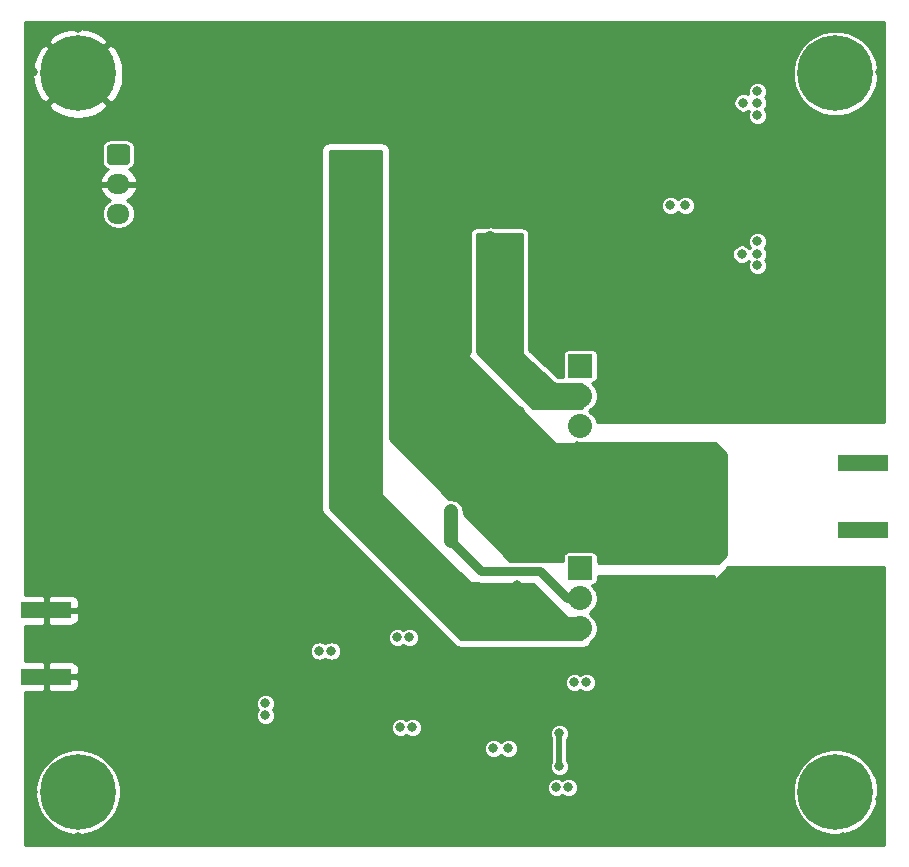
<source format=gbl>
G04 #@! TF.GenerationSoftware,KiCad,Pcbnew,(5.1.5)-3*
G04 #@! TF.CreationDate,2020-02-06T00:19:04+09:00*
G04 #@! TF.ProjectId,GradientDriver,47726164-6965-46e7-9444-72697665722e,rev?*
G04 #@! TF.SameCoordinates,Original*
G04 #@! TF.FileFunction,Copper,L4,Bot*
G04 #@! TF.FilePolarity,Positive*
%FSLAX46Y46*%
G04 Gerber Fmt 4.6, Leading zero omitted, Abs format (unit mm)*
G04 Created by KiCad (PCBNEW (5.1.5)-3) date 2020-02-06 00:19:04*
%MOMM*%
%LPD*%
G04 APERTURE LIST*
%ADD10C,0.800000*%
%ADD11C,6.400000*%
%ADD12R,4.200000X1.350000*%
%ADD13C,0.100000*%
%ADD14O,1.950000X1.700000*%
%ADD15C,2.032000*%
%ADD16R,2.032000X2.032000*%
%ADD17C,1.200000*%
%ADD18C,0.800000*%
%ADD19C,0.500000*%
%ADD20C,0.254000*%
G04 APERTURE END LIST*
D10*
X59482056Y-97997944D03*
X57785000Y-97295000D03*
X56087944Y-97997944D03*
X55385000Y-99695000D03*
X56087944Y-101392056D03*
X57785000Y-102095000D03*
X59482056Y-101392056D03*
X60185000Y-99695000D03*
D11*
X57785000Y-99695000D03*
D10*
X123617056Y-97997944D03*
X121920000Y-97295000D03*
X120222944Y-97997944D03*
X119520000Y-99695000D03*
X120222944Y-101392056D03*
X121920000Y-102095000D03*
X123617056Y-101392056D03*
X124320000Y-99695000D03*
D11*
X121920000Y-99695000D03*
D10*
X123617056Y-37164944D03*
X121920000Y-36462000D03*
X120222944Y-37164944D03*
X119520000Y-38862000D03*
X120222944Y-40559056D03*
X121920000Y-41262000D03*
X123617056Y-40559056D03*
X124320000Y-38862000D03*
D11*
X121920000Y-38862000D03*
D10*
X59482056Y-37164944D03*
X57785000Y-36462000D03*
X56087944Y-37164944D03*
X55385000Y-38862000D03*
X56087944Y-40559056D03*
X57785000Y-41262000D03*
X59482056Y-40559056D03*
X60185000Y-38862000D03*
D11*
X57785000Y-38862000D03*
D12*
X55118000Y-89947000D03*
X55118000Y-84297000D03*
G04 #@! TA.AperFunction,ComponentPad*
D13*
G36*
X61963504Y-44871204D02*
G01*
X61987773Y-44874804D01*
X62011571Y-44880765D01*
X62034671Y-44889030D01*
X62056849Y-44899520D01*
X62077893Y-44912133D01*
X62097598Y-44926747D01*
X62115777Y-44943223D01*
X62132253Y-44961402D01*
X62146867Y-44981107D01*
X62159480Y-45002151D01*
X62169970Y-45024329D01*
X62178235Y-45047429D01*
X62184196Y-45071227D01*
X62187796Y-45095496D01*
X62189000Y-45120000D01*
X62189000Y-46320000D01*
X62187796Y-46344504D01*
X62184196Y-46368773D01*
X62178235Y-46392571D01*
X62169970Y-46415671D01*
X62159480Y-46437849D01*
X62146867Y-46458893D01*
X62132253Y-46478598D01*
X62115777Y-46496777D01*
X62097598Y-46513253D01*
X62077893Y-46527867D01*
X62056849Y-46540480D01*
X62034671Y-46550970D01*
X62011571Y-46559235D01*
X61987773Y-46565196D01*
X61963504Y-46568796D01*
X61939000Y-46570000D01*
X60489000Y-46570000D01*
X60464496Y-46568796D01*
X60440227Y-46565196D01*
X60416429Y-46559235D01*
X60393329Y-46550970D01*
X60371151Y-46540480D01*
X60350107Y-46527867D01*
X60330402Y-46513253D01*
X60312223Y-46496777D01*
X60295747Y-46478598D01*
X60281133Y-46458893D01*
X60268520Y-46437849D01*
X60258030Y-46415671D01*
X60249765Y-46392571D01*
X60243804Y-46368773D01*
X60240204Y-46344504D01*
X60239000Y-46320000D01*
X60239000Y-45120000D01*
X60240204Y-45095496D01*
X60243804Y-45071227D01*
X60249765Y-45047429D01*
X60258030Y-45024329D01*
X60268520Y-45002151D01*
X60281133Y-44981107D01*
X60295747Y-44961402D01*
X60312223Y-44943223D01*
X60330402Y-44926747D01*
X60350107Y-44912133D01*
X60371151Y-44899520D01*
X60393329Y-44889030D01*
X60416429Y-44880765D01*
X60440227Y-44874804D01*
X60464496Y-44871204D01*
X60489000Y-44870000D01*
X61939000Y-44870000D01*
X61963504Y-44871204D01*
G37*
G04 #@! TD.AperFunction*
D14*
X61214000Y-48220000D03*
X61214000Y-50720000D03*
D12*
X124260000Y-71851000D03*
X124260000Y-77501000D03*
D15*
X100330000Y-68707000D03*
X100330000Y-66157000D03*
D16*
X100330000Y-63607000D03*
X100330000Y-80752000D03*
D15*
X100330000Y-83302000D03*
X100330000Y-85852000D03*
D10*
X94996000Y-79756000D03*
X94996000Y-82194400D03*
X95250000Y-63246000D03*
X95250000Y-64160400D03*
X95250000Y-65125600D03*
X95250000Y-69240400D03*
X94996000Y-77978000D03*
X59182000Y-47498000D03*
X58166000Y-47498000D03*
X59182000Y-49022000D03*
X58166000Y-49022000D03*
X66294000Y-53340000D03*
X67437000Y-53340000D03*
X68580000Y-53340000D03*
X67437000Y-43180000D03*
X68453000Y-43180000D03*
X66294000Y-43180000D03*
X74422000Y-47244000D03*
X74422000Y-48260000D03*
X75438000Y-48260000D03*
X75438000Y-47244000D03*
X59182000Y-46482000D03*
X59182000Y-50038000D03*
X67437000Y-48133000D03*
X66294000Y-48133000D03*
X68580000Y-48133000D03*
X92075000Y-98806000D03*
X93345000Y-98806000D03*
X92075000Y-100076000D03*
X93345000Y-100076000D03*
X101600000Y-100965000D03*
X102870000Y-100965000D03*
X101600000Y-102235000D03*
X102870000Y-102235000D03*
X104775000Y-90805000D03*
X106045000Y-90805000D03*
X104775000Y-92075000D03*
X106045000Y-92075000D03*
X71755000Y-90424000D03*
X97155000Y-58420000D03*
X98425000Y-58420000D03*
X98425000Y-59690000D03*
X97155000Y-59690000D03*
X100330000Y-58420000D03*
X100330000Y-59690000D03*
X101600000Y-59690000D03*
X101600000Y-58420000D03*
X117475000Y-48895000D03*
X118745000Y-48895000D03*
X117475000Y-50165000D03*
X118745000Y-50165000D03*
X117475000Y-46355000D03*
X118745000Y-46355000D03*
X118745000Y-45085000D03*
X117475000Y-45085000D03*
X76200000Y-57150000D03*
X77470000Y-57150000D03*
X77470000Y-58420000D03*
X76200000Y-58420000D03*
X76200000Y-60325000D03*
X76200000Y-61595000D03*
X77470000Y-61595000D03*
X77470000Y-60325000D03*
X88265000Y-48260000D03*
X89535000Y-48260000D03*
X89535000Y-46990000D03*
X88265000Y-46990000D03*
X95885000Y-46990000D03*
X97155000Y-46990000D03*
X97155000Y-48260000D03*
X95885000Y-48260000D03*
X56515000Y-52705000D03*
X57785000Y-52705000D03*
X56515000Y-53975000D03*
X57785000Y-53975000D03*
X59690000Y-52705000D03*
X60960000Y-52705000D03*
X59690000Y-53975000D03*
X60960000Y-53975000D03*
X56515000Y-43815000D03*
X57785000Y-43815000D03*
X59690000Y-43815000D03*
X60960000Y-43815000D03*
X86868000Y-97028000D03*
X84328000Y-97028000D03*
X95250000Y-67462400D03*
X95250000Y-68376800D03*
X108458000Y-76454000D03*
X108458000Y-77724000D03*
X108458000Y-78994000D03*
X112268000Y-76454000D03*
X112268000Y-77724000D03*
X112268000Y-78994000D03*
X76708000Y-85344000D03*
X77724000Y-85344000D03*
X76708000Y-86360000D03*
X77724000Y-86360000D03*
X115316000Y-81788000D03*
X115316000Y-83312000D03*
X115316000Y-84836000D03*
X115316000Y-86360000D03*
X115316000Y-87884000D03*
X115316000Y-89408000D03*
X115316000Y-90932000D03*
X115316000Y-92456000D03*
X115316000Y-93980000D03*
X115316000Y-95504000D03*
X114300000Y-96520000D03*
X112268000Y-97028000D03*
X110744000Y-97028000D03*
X109728000Y-98044000D03*
X107696000Y-98552000D03*
X112268000Y-81788000D03*
X112268000Y-83312000D03*
X112268000Y-84836000D03*
X112268000Y-86360000D03*
X112268000Y-87884000D03*
X112268000Y-89408000D03*
X112268000Y-90932000D03*
X112268000Y-92456000D03*
X110744000Y-93472000D03*
X109728000Y-92456000D03*
X108204000Y-91948000D03*
X58420000Y-85852000D03*
X59944000Y-85852000D03*
X61468000Y-85852000D03*
X62992000Y-85852000D03*
X64516000Y-85852000D03*
X66040000Y-85852000D03*
X67564000Y-85852000D03*
X69088000Y-85852000D03*
X70612000Y-85852000D03*
X72136000Y-85852000D03*
X58420000Y-88392000D03*
X59944000Y-88392000D03*
X61468000Y-88392000D03*
X62992000Y-88392000D03*
X64516000Y-88392000D03*
X66040000Y-88392000D03*
X67564000Y-88392000D03*
X69088000Y-88392000D03*
X70612000Y-88392000D03*
X72136000Y-88392000D03*
X71755000Y-89408000D03*
X116840000Y-81280000D03*
X118364000Y-81280000D03*
X119888000Y-81280000D03*
X121412000Y-81280000D03*
X122936000Y-81280000D03*
X124460000Y-81280000D03*
X110744000Y-81788000D03*
X109220000Y-81788000D03*
X53975000Y-35052000D03*
X53975000Y-38735000D03*
X53975000Y-40640000D03*
X53975000Y-42545000D03*
X53975000Y-44450000D03*
X53975000Y-46355000D03*
X53975000Y-48260000D03*
X53975000Y-50165000D03*
X53975000Y-52070000D03*
X53975000Y-53975000D03*
X53975000Y-55880000D03*
X53975000Y-57785000D03*
X53975000Y-59690000D03*
X53975000Y-61595000D03*
X53975000Y-63500000D03*
X53975000Y-65405000D03*
X53975000Y-67945000D03*
X53975000Y-70485000D03*
X53975000Y-72390000D03*
X53975000Y-74295000D03*
X53975000Y-76200000D03*
X53975000Y-78105000D03*
X53975000Y-80010000D03*
X53975000Y-81915000D03*
X53975000Y-92075000D03*
X53975000Y-93980000D03*
X53975000Y-95885000D03*
X53975000Y-97790000D03*
X53975000Y-99695000D03*
X53975000Y-101600000D03*
X53975000Y-103505000D03*
X55880000Y-103505000D03*
X57785000Y-103505000D03*
X59690000Y-103505000D03*
X61595000Y-103505000D03*
X63500000Y-103505000D03*
X65405000Y-103505000D03*
X67310000Y-103505000D03*
X69215000Y-103505000D03*
X71120000Y-103505000D03*
X73025000Y-103505000D03*
X74930000Y-103505000D03*
X76835000Y-103505000D03*
X78740000Y-103505000D03*
X80645000Y-103505000D03*
X82550000Y-103505000D03*
X84455000Y-103505000D03*
X86360000Y-103505000D03*
X88265000Y-103505000D03*
X90170000Y-103505000D03*
X92075000Y-103505000D03*
X93980000Y-103505000D03*
X95885000Y-103505000D03*
X97790000Y-103505000D03*
X99695000Y-103505000D03*
X101600000Y-103505000D03*
X103505000Y-103505000D03*
X105410000Y-103505000D03*
X107315000Y-103505000D03*
X109220000Y-103505000D03*
X111125000Y-103505000D03*
X113030000Y-103505000D03*
X114935000Y-103505000D03*
X116840000Y-103505000D03*
X118745000Y-103505000D03*
X120650000Y-103505000D03*
X122555000Y-103505000D03*
X124460000Y-103505000D03*
X125730000Y-102235000D03*
X125730000Y-100330000D03*
X125730000Y-98425000D03*
X125730000Y-96520000D03*
X125730000Y-94615000D03*
X125730000Y-92710000D03*
X125730000Y-90805000D03*
X125730000Y-88900000D03*
X125730000Y-86995000D03*
X125730000Y-85090000D03*
X125730000Y-83185000D03*
X125730000Y-81280000D03*
X125730000Y-67310000D03*
X125730000Y-65405000D03*
X125730000Y-63500000D03*
X125730000Y-61595000D03*
X125730000Y-59690000D03*
X125730000Y-57785000D03*
X125730000Y-55880000D03*
X125730000Y-53975000D03*
X125730000Y-52070000D03*
X125730000Y-50165000D03*
X125730000Y-48260000D03*
X125730000Y-46355000D03*
X125730000Y-44450000D03*
X125730000Y-42545000D03*
X125730000Y-40640000D03*
X125730000Y-38735000D03*
X125730000Y-35052000D03*
X71120000Y-35052000D03*
X73025000Y-35052000D03*
X74930000Y-35052000D03*
X76835000Y-35052000D03*
X78740000Y-35052000D03*
X80645000Y-35052000D03*
X82550000Y-35052000D03*
X84455000Y-35052000D03*
X86360000Y-35052000D03*
X88265000Y-35052000D03*
X90170000Y-35052000D03*
X92075000Y-35052000D03*
X93980000Y-35052000D03*
X95885000Y-35052000D03*
X103505000Y-35052000D03*
X105410000Y-35052000D03*
X107315000Y-35052000D03*
X109220000Y-35052000D03*
X111125000Y-35052000D03*
X113030000Y-35052000D03*
X114935000Y-35052000D03*
X116840000Y-35052000D03*
X118745000Y-35052000D03*
X120650000Y-35052000D03*
X122555000Y-35052000D03*
X124460000Y-35052000D03*
X94996000Y-78867000D03*
X88265000Y-45974000D03*
X89535000Y-45974000D03*
X87249000Y-48260000D03*
X87249000Y-46990000D03*
X90551000Y-46990000D03*
X90551000Y-48260000D03*
X88265000Y-49403000D03*
X89535000Y-49403000D03*
X57785000Y-55880000D03*
X57785000Y-59690000D03*
X57785000Y-63500000D03*
X57785000Y-67945000D03*
X57785000Y-72390000D03*
X57785000Y-76200000D03*
X57785000Y-80010000D03*
X57785000Y-92075000D03*
X65405000Y-99695000D03*
X69215000Y-99695000D03*
X73025000Y-99695000D03*
X61595000Y-95885000D03*
X65405000Y-95885000D03*
X61595000Y-92075000D03*
X65405000Y-92075000D03*
X69215000Y-92075000D03*
X69215000Y-95885000D03*
X73025000Y-95885000D03*
X76835000Y-99695000D03*
X80645000Y-99695000D03*
X84455000Y-99695000D03*
X88265000Y-99695000D03*
X61595000Y-80010000D03*
X65405000Y-80010000D03*
X61595000Y-83820000D03*
X65405000Y-83820000D03*
X69215000Y-83820000D03*
X69215000Y-80010000D03*
X61595000Y-76200000D03*
X65405000Y-76200000D03*
X69215000Y-76200000D03*
X61595000Y-72390000D03*
X65405000Y-72390000D03*
X61595000Y-67945000D03*
X61595000Y-63500000D03*
X65405000Y-67945000D03*
X65405000Y-63500000D03*
X61595000Y-59690000D03*
X61595000Y-55880000D03*
X65405000Y-59690000D03*
X65405000Y-55880000D03*
X69215000Y-72390000D03*
X69215000Y-67945000D03*
X69215000Y-63500000D03*
X69215000Y-59690000D03*
X69215000Y-55880000D03*
X73025000Y-55880000D03*
X73025000Y-59690000D03*
X73025000Y-63500000D03*
X73025000Y-67945000D03*
X73025000Y-72390000D03*
X73025000Y-76200000D03*
X73025000Y-80010000D03*
X114935000Y-100330000D03*
X111125000Y-100330000D03*
X107315000Y-100330000D03*
X104140000Y-100330000D03*
X118745000Y-96520000D03*
X122555000Y-92710000D03*
X118745000Y-92710000D03*
X122555000Y-85090000D03*
X118745000Y-85090000D03*
X122555000Y-88900000D03*
X118745000Y-88900000D03*
X88900000Y-90932000D03*
X91186000Y-90932000D03*
X93472000Y-90932000D03*
X95631000Y-90932000D03*
X97536000Y-92456000D03*
X90424000Y-92964000D03*
X92583000Y-92964000D03*
X94742000Y-92964000D03*
X96266000Y-95758000D03*
X97028000Y-96520000D03*
X109220000Y-90932000D03*
X109220000Y-85090000D03*
X109220000Y-88900000D03*
X106045000Y-88900000D03*
X106045000Y-85090000D03*
X122555000Y-44450000D03*
X122555000Y-48260000D03*
X122555000Y-52070000D03*
X122555000Y-55880000D03*
X122555000Y-59690000D03*
X122555000Y-63500000D03*
X122555000Y-67310000D03*
X124460000Y-67310000D03*
X120650000Y-67310000D03*
X118745000Y-67310000D03*
X116840000Y-67310000D03*
X114935000Y-67310000D03*
X113030000Y-67310000D03*
X111125000Y-67310000D03*
X109220000Y-67310000D03*
X118745000Y-63500000D03*
X118745000Y-59690000D03*
X118745000Y-55880000D03*
X118745000Y-52070000D03*
X114935000Y-63500000D03*
X114935000Y-59690000D03*
X111125000Y-63500000D03*
X111125000Y-59690000D03*
X111125000Y-55880000D03*
X101600000Y-35052000D03*
X99695000Y-35052000D03*
X97790000Y-35052000D03*
X69215000Y-35052000D03*
X67310000Y-35052000D03*
X65405000Y-35052000D03*
X63500000Y-35052000D03*
X61595000Y-35052000D03*
X59690000Y-35052000D03*
X57785000Y-35052000D03*
X55880000Y-35052000D03*
X76454000Y-90678000D03*
X81534000Y-90932000D03*
X86106000Y-90932000D03*
X53975000Y-36830000D03*
X125730000Y-36830000D03*
X92710000Y-52832000D03*
X92710000Y-53848000D03*
X92710000Y-54864000D03*
X94361000Y-52832000D03*
X94361000Y-53848000D03*
X94361000Y-54864000D03*
X80264000Y-45783500D03*
X81280000Y-45783500D03*
X82296000Y-45783500D03*
X82550000Y-69596000D03*
X82550000Y-70612000D03*
X82550000Y-71628000D03*
X94996000Y-83185000D03*
X94996000Y-84074000D03*
X80264000Y-46926500D03*
X81280000Y-46926500D03*
X82296000Y-46926500D03*
X92964000Y-96012000D03*
X94234000Y-96012000D03*
X98298000Y-99314000D03*
X99314000Y-99314000D03*
X84836000Y-86614000D03*
X85852000Y-86614000D03*
X115316000Y-53086000D03*
X115316000Y-40386000D03*
X115316000Y-42418000D03*
X107950000Y-50038000D03*
X109220000Y-50038000D03*
X113985000Y-54163000D03*
X115316000Y-54163000D03*
X115316000Y-55118000D03*
X115316000Y-41341000D03*
X114107000Y-41341000D03*
X73660000Y-92202000D03*
X73660000Y-93218000D03*
X85090000Y-94234000D03*
X86106000Y-94234000D03*
X99822000Y-90424000D03*
X100838000Y-90424000D03*
X78232000Y-87757000D03*
X79248000Y-87757000D03*
X89408000Y-78486000D03*
X89408000Y-77470000D03*
X89408000Y-76454000D03*
X98552000Y-94742000D03*
X98552000Y-97536000D03*
D17*
X94234000Y-64008000D02*
X94234000Y-62738000D01*
X94234000Y-58166000D02*
X92710000Y-56642000D01*
X92710000Y-56642000D02*
X92710000Y-54864000D01*
X92710000Y-52832000D02*
X92710000Y-52832000D01*
X92710000Y-53848000D02*
X92710000Y-52832000D01*
X92710000Y-54864000D02*
X92710000Y-53848000D01*
X94234000Y-60706000D02*
X94234000Y-58166000D01*
X94234000Y-61722000D02*
X94234000Y-60706000D01*
X94234000Y-62738000D02*
X94234000Y-61722000D01*
X94234000Y-83566000D02*
X94234000Y-83566000D01*
X94234000Y-84582000D02*
X94234000Y-84836000D01*
X94234000Y-83566000D02*
X94234000Y-83566000D01*
X94234000Y-84582000D02*
X94234000Y-84582000D01*
X94234000Y-85344000D02*
X94234000Y-85344000D01*
X99695000Y-85852000D02*
X92710000Y-85852000D01*
X82550000Y-75692000D02*
X82550000Y-71628000D01*
X82550000Y-68580000D02*
X81280000Y-67310000D01*
X82550000Y-69596000D02*
X82550000Y-68580000D01*
X82550000Y-70612000D02*
X82550000Y-69596000D01*
X82550000Y-71628000D02*
X82550000Y-70612000D01*
X94234000Y-83566000D02*
X94234000Y-84582000D01*
X94234000Y-84836000D02*
X94234000Y-85344000D01*
X89408000Y-78486000D02*
X89408000Y-77470000D01*
D18*
X89408000Y-78486000D02*
X89408000Y-78486000D01*
D17*
X89408000Y-77470000D02*
X89408000Y-76454000D01*
X89408000Y-76454000D02*
X89408000Y-75946000D01*
D18*
X99151600Y-83302000D02*
X100330000Y-83302000D01*
X96875600Y-81026000D02*
X99151600Y-83302000D01*
X89408000Y-78486000D02*
X91948000Y-81026000D01*
X91948000Y-81026000D02*
X96875600Y-81026000D01*
D19*
X98552000Y-94742000D02*
X98552000Y-97536000D01*
D20*
G36*
X95377000Y-62484000D02*
G01*
X95379440Y-62508776D01*
X95386667Y-62532601D01*
X95398403Y-62554557D01*
X95418571Y-62577972D01*
X98212571Y-65117972D01*
X98232545Y-65132833D01*
X98255035Y-65143512D01*
X98279176Y-65149597D01*
X98298000Y-65151000D01*
X100457000Y-65151000D01*
X100457000Y-67183000D01*
X96318606Y-67183000D01*
X91567000Y-62431394D01*
X91567000Y-52451000D01*
X95377000Y-52451000D01*
X95377000Y-62484000D01*
G37*
X95377000Y-62484000D02*
X95379440Y-62508776D01*
X95386667Y-62532601D01*
X95398403Y-62554557D01*
X95418571Y-62577972D01*
X98212571Y-65117972D01*
X98232545Y-65132833D01*
X98255035Y-65143512D01*
X98279176Y-65149597D01*
X98298000Y-65151000D01*
X100457000Y-65151000D01*
X100457000Y-67183000D01*
X96318606Y-67183000D01*
X91567000Y-62431394D01*
X91567000Y-52451000D01*
X95377000Y-52451000D01*
X95377000Y-62484000D01*
G36*
X83439000Y-74422000D02*
G01*
X83441440Y-74446776D01*
X83448667Y-74470601D01*
X83460403Y-74492557D01*
X83476197Y-74511803D01*
X90943797Y-81979403D01*
X90963043Y-81995197D01*
X90984999Y-82006933D01*
X91008824Y-82014160D01*
X91033600Y-82016600D01*
X91648108Y-82016600D01*
X91745105Y-82046024D01*
X91897162Y-82061000D01*
X91897171Y-82061000D01*
X91947999Y-82066006D01*
X91998827Y-82061000D01*
X96320944Y-82061000D01*
X99173204Y-84925608D01*
X99192415Y-84941444D01*
X99214346Y-84953227D01*
X99238155Y-84960506D01*
X99263200Y-84963000D01*
X100457000Y-84963000D01*
X100457000Y-86741000D01*
X90222606Y-86741000D01*
X79121000Y-75639394D01*
X79121000Y-45466000D01*
X83439000Y-45466000D01*
X83439000Y-74422000D01*
G37*
X83439000Y-74422000D02*
X83441440Y-74446776D01*
X83448667Y-74470601D01*
X83460403Y-74492557D01*
X83476197Y-74511803D01*
X90943797Y-81979403D01*
X90963043Y-81995197D01*
X90984999Y-82006933D01*
X91008824Y-82014160D01*
X91033600Y-82016600D01*
X91648108Y-82016600D01*
X91745105Y-82046024D01*
X91897162Y-82061000D01*
X91897171Y-82061000D01*
X91947999Y-82066006D01*
X91998827Y-82061000D01*
X96320944Y-82061000D01*
X99173204Y-84925608D01*
X99192415Y-84941444D01*
X99214346Y-84953227D01*
X99238155Y-84960506D01*
X99263200Y-84963000D01*
X100457000Y-84963000D01*
X100457000Y-86741000D01*
X90222606Y-86741000D01*
X79121000Y-75639394D01*
X79121000Y-45466000D01*
X83439000Y-45466000D01*
X83439000Y-74422000D01*
G36*
X126015000Y-68342678D02*
G01*
X101728802Y-68342678D01*
X101717546Y-68286092D01*
X101608770Y-68023483D01*
X101450851Y-67787141D01*
X101249859Y-67586149D01*
X101019159Y-67432000D01*
X101249859Y-67277851D01*
X101450851Y-67076859D01*
X101608770Y-66840517D01*
X101717546Y-66577908D01*
X101773000Y-66299123D01*
X101773000Y-66014877D01*
X101717546Y-65736092D01*
X101608770Y-65473483D01*
X101450851Y-65237141D01*
X101265776Y-65052066D01*
X101346000Y-65052066D01*
X101429707Y-65043822D01*
X101510196Y-65019405D01*
X101584376Y-64979755D01*
X101649395Y-64926395D01*
X101702755Y-64861376D01*
X101742405Y-64787196D01*
X101766822Y-64706707D01*
X101775066Y-64623000D01*
X101775066Y-62591000D01*
X101766822Y-62507293D01*
X101742405Y-62426804D01*
X101702755Y-62352624D01*
X101649395Y-62287605D01*
X101584376Y-62234245D01*
X101510196Y-62194595D01*
X101429707Y-62170178D01*
X101346000Y-62161934D01*
X99314000Y-62161934D01*
X99230293Y-62170178D01*
X99149804Y-62194595D01*
X99075624Y-62234245D01*
X99010605Y-62287605D01*
X98957245Y-62352624D01*
X98917595Y-62426804D01*
X98893178Y-62507293D01*
X98884934Y-62591000D01*
X98884934Y-64597000D01*
X98463080Y-64597000D01*
X95931000Y-62295109D01*
X95931000Y-54081548D01*
X113158000Y-54081548D01*
X113158000Y-54244452D01*
X113189782Y-54404227D01*
X113252123Y-54554731D01*
X113342628Y-54690181D01*
X113457819Y-54805372D01*
X113593269Y-54895877D01*
X113743773Y-54958218D01*
X113903548Y-54990000D01*
X114066452Y-54990000D01*
X114226227Y-54958218D01*
X114376731Y-54895877D01*
X114512181Y-54805372D01*
X114577352Y-54740201D01*
X114520782Y-54876773D01*
X114489000Y-55036548D01*
X114489000Y-55199452D01*
X114520782Y-55359227D01*
X114583123Y-55509731D01*
X114673628Y-55645181D01*
X114788819Y-55760372D01*
X114924269Y-55850877D01*
X115074773Y-55913218D01*
X115234548Y-55945000D01*
X115397452Y-55945000D01*
X115557227Y-55913218D01*
X115707731Y-55850877D01*
X115843181Y-55760372D01*
X115958372Y-55645181D01*
X116048877Y-55509731D01*
X116111218Y-55359227D01*
X116143000Y-55199452D01*
X116143000Y-55036548D01*
X116111218Y-54876773D01*
X116048877Y-54726269D01*
X115991568Y-54640500D01*
X116048877Y-54554731D01*
X116111218Y-54404227D01*
X116143000Y-54244452D01*
X116143000Y-54081548D01*
X116111218Y-53921773D01*
X116048877Y-53771269D01*
X115958372Y-53635819D01*
X115947053Y-53624500D01*
X115958372Y-53613181D01*
X116048877Y-53477731D01*
X116111218Y-53327227D01*
X116143000Y-53167452D01*
X116143000Y-53004548D01*
X116111218Y-52844773D01*
X116048877Y-52694269D01*
X115958372Y-52558819D01*
X115843181Y-52443628D01*
X115707731Y-52353123D01*
X115557227Y-52290782D01*
X115397452Y-52259000D01*
X115234548Y-52259000D01*
X115074773Y-52290782D01*
X114924269Y-52353123D01*
X114788819Y-52443628D01*
X114673628Y-52558819D01*
X114583123Y-52694269D01*
X114520782Y-52844773D01*
X114489000Y-53004548D01*
X114489000Y-53167452D01*
X114520782Y-53327227D01*
X114583123Y-53477731D01*
X114673628Y-53613181D01*
X114684947Y-53624500D01*
X114673628Y-53635819D01*
X114650500Y-53670432D01*
X114627372Y-53635819D01*
X114512181Y-53520628D01*
X114376731Y-53430123D01*
X114226227Y-53367782D01*
X114066452Y-53336000D01*
X113903548Y-53336000D01*
X113743773Y-53367782D01*
X113593269Y-53430123D01*
X113457819Y-53520628D01*
X113342628Y-53635819D01*
X113252123Y-53771269D01*
X113189782Y-53921773D01*
X113158000Y-54081548D01*
X95931000Y-54081548D01*
X95931000Y-52324000D01*
X95922795Y-52240696D01*
X95898497Y-52160594D01*
X95859038Y-52086772D01*
X95805935Y-52022065D01*
X95741228Y-51968962D01*
X95667406Y-51929503D01*
X95587304Y-51905205D01*
X95504000Y-51897000D01*
X93139369Y-51897000D01*
X93104917Y-51878585D01*
X92911327Y-51819860D01*
X92760451Y-51805000D01*
X92710000Y-51800031D01*
X92659549Y-51805000D01*
X92508673Y-51819860D01*
X92315083Y-51878585D01*
X92280631Y-51897000D01*
X91440000Y-51897000D01*
X91356696Y-51905205D01*
X91276594Y-51929503D01*
X91202772Y-51968962D01*
X91138065Y-52022065D01*
X91084962Y-52086772D01*
X91045503Y-52160594D01*
X91021205Y-52240696D01*
X91013000Y-52324000D01*
X91013000Y-62477394D01*
X90842197Y-62648197D01*
X90826403Y-62667443D01*
X90814667Y-62689399D01*
X90807440Y-62713224D01*
X90805000Y-62738000D01*
X90807440Y-62762776D01*
X90814667Y-62786601D01*
X90826403Y-62808557D01*
X90842197Y-62827803D01*
X98208197Y-70193803D01*
X98227443Y-70209597D01*
X98249399Y-70221333D01*
X98273224Y-70228560D01*
X98298000Y-70231000D01*
X99822000Y-70231000D01*
X99846776Y-70228560D01*
X99870601Y-70221333D01*
X99892557Y-70209597D01*
X99911803Y-70193803D01*
X99927597Y-70174557D01*
X99939333Y-70152601D01*
X99946560Y-70128776D01*
X99949000Y-70104000D01*
X99949000Y-70102484D01*
X100187877Y-70150000D01*
X100472123Y-70150000D01*
X100619534Y-70120678D01*
X111707394Y-70120678D01*
X112649000Y-71062284D01*
X112649000Y-79593072D01*
X111961394Y-80280678D01*
X101867923Y-80280678D01*
X101775066Y-80260074D01*
X101775066Y-79736000D01*
X101766822Y-79652293D01*
X101742405Y-79571804D01*
X101702755Y-79497624D01*
X101649395Y-79432605D01*
X101584376Y-79379245D01*
X101510196Y-79339595D01*
X101429707Y-79315178D01*
X101346000Y-79306934D01*
X99314000Y-79306934D01*
X99230293Y-79315178D01*
X99149804Y-79339595D01*
X99075624Y-79379245D01*
X99010605Y-79432605D01*
X98957245Y-79497624D01*
X98917595Y-79571804D01*
X98893178Y-79652293D01*
X98884934Y-79736000D01*
X98884934Y-80128129D01*
X94363146Y-80162000D01*
X90435000Y-76155876D01*
X90435000Y-75895550D01*
X90420140Y-75744674D01*
X90361415Y-75551084D01*
X90266051Y-75372669D01*
X90137712Y-75216288D01*
X89981331Y-75087949D01*
X89802917Y-74992585D01*
X89609327Y-74933860D01*
X89408000Y-74914031D01*
X89234120Y-74931157D01*
X84201000Y-69798124D01*
X84201000Y-49956548D01*
X107123000Y-49956548D01*
X107123000Y-50119452D01*
X107154782Y-50279227D01*
X107217123Y-50429731D01*
X107307628Y-50565181D01*
X107422819Y-50680372D01*
X107558269Y-50770877D01*
X107708773Y-50833218D01*
X107868548Y-50865000D01*
X108031452Y-50865000D01*
X108191227Y-50833218D01*
X108341731Y-50770877D01*
X108477181Y-50680372D01*
X108585000Y-50572553D01*
X108692819Y-50680372D01*
X108828269Y-50770877D01*
X108978773Y-50833218D01*
X109138548Y-50865000D01*
X109301452Y-50865000D01*
X109461227Y-50833218D01*
X109611731Y-50770877D01*
X109747181Y-50680372D01*
X109862372Y-50565181D01*
X109952877Y-50429731D01*
X110015218Y-50279227D01*
X110047000Y-50119452D01*
X110047000Y-49956548D01*
X110015218Y-49796773D01*
X109952877Y-49646269D01*
X109862372Y-49510819D01*
X109747181Y-49395628D01*
X109611731Y-49305123D01*
X109461227Y-49242782D01*
X109301452Y-49211000D01*
X109138548Y-49211000D01*
X108978773Y-49242782D01*
X108828269Y-49305123D01*
X108692819Y-49395628D01*
X108585000Y-49503447D01*
X108477181Y-49395628D01*
X108341731Y-49305123D01*
X108191227Y-49242782D01*
X108031452Y-49211000D01*
X107868548Y-49211000D01*
X107708773Y-49242782D01*
X107558269Y-49305123D01*
X107422819Y-49395628D01*
X107307628Y-49510819D01*
X107217123Y-49646269D01*
X107154782Y-49796773D01*
X107123000Y-49956548D01*
X84201000Y-49956548D01*
X84201000Y-45339000D01*
X84188799Y-45215118D01*
X84152664Y-45095996D01*
X84093983Y-44986213D01*
X84015013Y-44889987D01*
X83918787Y-44811017D01*
X83809004Y-44752336D01*
X83689882Y-44716201D01*
X83566000Y-44704000D01*
X78994000Y-44704000D01*
X78870118Y-44716201D01*
X78750996Y-44752336D01*
X78641213Y-44811017D01*
X78544987Y-44889987D01*
X78466017Y-44986213D01*
X78407336Y-45095996D01*
X78371201Y-45215118D01*
X78359000Y-45339000D01*
X78359000Y-75692000D01*
X78371201Y-75815882D01*
X78407336Y-75935004D01*
X78466017Y-76044787D01*
X78544987Y-76141013D01*
X89720987Y-87317013D01*
X89817213Y-87395983D01*
X89926996Y-87454664D01*
X90046118Y-87490799D01*
X90170000Y-87503000D01*
X100584000Y-87503000D01*
X100707882Y-87490799D01*
X100827004Y-87454664D01*
X100936787Y-87395983D01*
X101033013Y-87317013D01*
X101111983Y-87220787D01*
X101170664Y-87111004D01*
X101203093Y-87004099D01*
X101249859Y-86972851D01*
X101450851Y-86771859D01*
X101608770Y-86535517D01*
X101717546Y-86272908D01*
X101773000Y-85994123D01*
X101773000Y-85709877D01*
X101717546Y-85431092D01*
X101608770Y-85168483D01*
X101450851Y-84932141D01*
X101249859Y-84731149D01*
X101203093Y-84699901D01*
X101170664Y-84592996D01*
X101124493Y-84506618D01*
X101249859Y-84422851D01*
X101450851Y-84221859D01*
X101608770Y-83985517D01*
X101717546Y-83722908D01*
X101773000Y-83444123D01*
X101773000Y-83159877D01*
X101717546Y-82881092D01*
X101608770Y-82618483D01*
X101450851Y-82382141D01*
X101265776Y-82197066D01*
X101346000Y-82197066D01*
X101429707Y-82188822D01*
X101510196Y-82164405D01*
X101584376Y-82124755D01*
X101649395Y-82071395D01*
X101702755Y-82006376D01*
X101742405Y-81932196D01*
X101766822Y-81851707D01*
X101775066Y-81768000D01*
X101775066Y-81407000D01*
X111633000Y-81407000D01*
X111633000Y-81534000D01*
X111635440Y-81558776D01*
X111642667Y-81582601D01*
X111654403Y-81604557D01*
X111670197Y-81623803D01*
X111689443Y-81639597D01*
X111711399Y-81651333D01*
X111735224Y-81658560D01*
X111760000Y-81661000D01*
X111784776Y-81658560D01*
X111808601Y-81651333D01*
X111830557Y-81639597D01*
X111849803Y-81623803D01*
X112828606Y-80645000D01*
X126015001Y-80645000D01*
X126015001Y-104171000D01*
X53309000Y-104171000D01*
X53309000Y-99337772D01*
X54158000Y-99337772D01*
X54158000Y-100052228D01*
X54297383Y-100752957D01*
X54570794Y-101413029D01*
X54967725Y-102007078D01*
X55472922Y-102512275D01*
X56066971Y-102909206D01*
X56727043Y-103182617D01*
X57427772Y-103322000D01*
X58142228Y-103322000D01*
X58842957Y-103182617D01*
X59503029Y-102909206D01*
X60097078Y-102512275D01*
X60602275Y-102007078D01*
X60999206Y-101413029D01*
X61272617Y-100752957D01*
X61412000Y-100052228D01*
X61412000Y-99337772D01*
X61391070Y-99232548D01*
X97471000Y-99232548D01*
X97471000Y-99395452D01*
X97502782Y-99555227D01*
X97565123Y-99705731D01*
X97655628Y-99841181D01*
X97770819Y-99956372D01*
X97906269Y-100046877D01*
X98056773Y-100109218D01*
X98216548Y-100141000D01*
X98379452Y-100141000D01*
X98539227Y-100109218D01*
X98689731Y-100046877D01*
X98806000Y-99969188D01*
X98922269Y-100046877D01*
X99072773Y-100109218D01*
X99232548Y-100141000D01*
X99395452Y-100141000D01*
X99555227Y-100109218D01*
X99705731Y-100046877D01*
X99841181Y-99956372D01*
X99956372Y-99841181D01*
X100046877Y-99705731D01*
X100109218Y-99555227D01*
X100141000Y-99395452D01*
X100141000Y-99337772D01*
X118293000Y-99337772D01*
X118293000Y-100052228D01*
X118432383Y-100752957D01*
X118705794Y-101413029D01*
X119102725Y-102007078D01*
X119607922Y-102512275D01*
X120201971Y-102909206D01*
X120862043Y-103182617D01*
X121562772Y-103322000D01*
X122277228Y-103322000D01*
X122977957Y-103182617D01*
X123638029Y-102909206D01*
X124232078Y-102512275D01*
X124737275Y-102007078D01*
X125134206Y-101413029D01*
X125407617Y-100752957D01*
X125547000Y-100052228D01*
X125547000Y-99337772D01*
X125407617Y-98637043D01*
X125134206Y-97976971D01*
X124737275Y-97382922D01*
X124232078Y-96877725D01*
X123638029Y-96480794D01*
X122977957Y-96207383D01*
X122277228Y-96068000D01*
X121562772Y-96068000D01*
X120862043Y-96207383D01*
X120201971Y-96480794D01*
X119607922Y-96877725D01*
X119102725Y-97382922D01*
X118705794Y-97976971D01*
X118432383Y-98637043D01*
X118293000Y-99337772D01*
X100141000Y-99337772D01*
X100141000Y-99232548D01*
X100109218Y-99072773D01*
X100046877Y-98922269D01*
X99956372Y-98786819D01*
X99841181Y-98671628D01*
X99705731Y-98581123D01*
X99555227Y-98518782D01*
X99395452Y-98487000D01*
X99232548Y-98487000D01*
X99072773Y-98518782D01*
X98922269Y-98581123D01*
X98806000Y-98658812D01*
X98689731Y-98581123D01*
X98539227Y-98518782D01*
X98379452Y-98487000D01*
X98216548Y-98487000D01*
X98056773Y-98518782D01*
X97906269Y-98581123D01*
X97770819Y-98671628D01*
X97655628Y-98786819D01*
X97565123Y-98922269D01*
X97502782Y-99072773D01*
X97471000Y-99232548D01*
X61391070Y-99232548D01*
X61272617Y-98637043D01*
X60999206Y-97976971D01*
X60602275Y-97382922D01*
X60097078Y-96877725D01*
X59503029Y-96480794D01*
X58842957Y-96207383D01*
X58142228Y-96068000D01*
X57427772Y-96068000D01*
X56727043Y-96207383D01*
X56066971Y-96480794D01*
X55472922Y-96877725D01*
X54967725Y-97382922D01*
X54570794Y-97976971D01*
X54297383Y-98637043D01*
X54158000Y-99337772D01*
X53309000Y-99337772D01*
X53309000Y-95930548D01*
X92137000Y-95930548D01*
X92137000Y-96093452D01*
X92168782Y-96253227D01*
X92231123Y-96403731D01*
X92321628Y-96539181D01*
X92436819Y-96654372D01*
X92572269Y-96744877D01*
X92722773Y-96807218D01*
X92882548Y-96839000D01*
X93045452Y-96839000D01*
X93205227Y-96807218D01*
X93355731Y-96744877D01*
X93491181Y-96654372D01*
X93599000Y-96546553D01*
X93706819Y-96654372D01*
X93842269Y-96744877D01*
X93992773Y-96807218D01*
X94152548Y-96839000D01*
X94315452Y-96839000D01*
X94475227Y-96807218D01*
X94625731Y-96744877D01*
X94761181Y-96654372D01*
X94876372Y-96539181D01*
X94966877Y-96403731D01*
X95029218Y-96253227D01*
X95061000Y-96093452D01*
X95061000Y-95930548D01*
X95029218Y-95770773D01*
X94966877Y-95620269D01*
X94876372Y-95484819D01*
X94761181Y-95369628D01*
X94625731Y-95279123D01*
X94475227Y-95216782D01*
X94315452Y-95185000D01*
X94152548Y-95185000D01*
X93992773Y-95216782D01*
X93842269Y-95279123D01*
X93706819Y-95369628D01*
X93599000Y-95477447D01*
X93491181Y-95369628D01*
X93355731Y-95279123D01*
X93205227Y-95216782D01*
X93045452Y-95185000D01*
X92882548Y-95185000D01*
X92722773Y-95216782D01*
X92572269Y-95279123D01*
X92436819Y-95369628D01*
X92321628Y-95484819D01*
X92231123Y-95620269D01*
X92168782Y-95770773D01*
X92137000Y-95930548D01*
X53309000Y-95930548D01*
X53309000Y-94152548D01*
X84263000Y-94152548D01*
X84263000Y-94315452D01*
X84294782Y-94475227D01*
X84357123Y-94625731D01*
X84447628Y-94761181D01*
X84562819Y-94876372D01*
X84698269Y-94966877D01*
X84848773Y-95029218D01*
X85008548Y-95061000D01*
X85171452Y-95061000D01*
X85331227Y-95029218D01*
X85481731Y-94966877D01*
X85598000Y-94889188D01*
X85714269Y-94966877D01*
X85864773Y-95029218D01*
X86024548Y-95061000D01*
X86187452Y-95061000D01*
X86347227Y-95029218D01*
X86497731Y-94966877D01*
X86633181Y-94876372D01*
X86748372Y-94761181D01*
X86815612Y-94660548D01*
X97725000Y-94660548D01*
X97725000Y-94823452D01*
X97756782Y-94983227D01*
X97819123Y-95133731D01*
X97875000Y-95217357D01*
X97875001Y-97060642D01*
X97819123Y-97144269D01*
X97756782Y-97294773D01*
X97725000Y-97454548D01*
X97725000Y-97617452D01*
X97756782Y-97777227D01*
X97819123Y-97927731D01*
X97909628Y-98063181D01*
X98024819Y-98178372D01*
X98160269Y-98268877D01*
X98310773Y-98331218D01*
X98470548Y-98363000D01*
X98633452Y-98363000D01*
X98793227Y-98331218D01*
X98943731Y-98268877D01*
X99079181Y-98178372D01*
X99194372Y-98063181D01*
X99284877Y-97927731D01*
X99347218Y-97777227D01*
X99379000Y-97617452D01*
X99379000Y-97454548D01*
X99347218Y-97294773D01*
X99284877Y-97144269D01*
X99229000Y-97060643D01*
X99229000Y-95217357D01*
X99284877Y-95133731D01*
X99347218Y-94983227D01*
X99379000Y-94823452D01*
X99379000Y-94660548D01*
X99347218Y-94500773D01*
X99284877Y-94350269D01*
X99194372Y-94214819D01*
X99079181Y-94099628D01*
X98943731Y-94009123D01*
X98793227Y-93946782D01*
X98633452Y-93915000D01*
X98470548Y-93915000D01*
X98310773Y-93946782D01*
X98160269Y-94009123D01*
X98024819Y-94099628D01*
X97909628Y-94214819D01*
X97819123Y-94350269D01*
X97756782Y-94500773D01*
X97725000Y-94660548D01*
X86815612Y-94660548D01*
X86838877Y-94625731D01*
X86901218Y-94475227D01*
X86933000Y-94315452D01*
X86933000Y-94152548D01*
X86901218Y-93992773D01*
X86838877Y-93842269D01*
X86748372Y-93706819D01*
X86633181Y-93591628D01*
X86497731Y-93501123D01*
X86347227Y-93438782D01*
X86187452Y-93407000D01*
X86024548Y-93407000D01*
X85864773Y-93438782D01*
X85714269Y-93501123D01*
X85598000Y-93578812D01*
X85481731Y-93501123D01*
X85331227Y-93438782D01*
X85171452Y-93407000D01*
X85008548Y-93407000D01*
X84848773Y-93438782D01*
X84698269Y-93501123D01*
X84562819Y-93591628D01*
X84447628Y-93706819D01*
X84357123Y-93842269D01*
X84294782Y-93992773D01*
X84263000Y-94152548D01*
X53309000Y-94152548D01*
X53309000Y-92120548D01*
X72833000Y-92120548D01*
X72833000Y-92283452D01*
X72864782Y-92443227D01*
X72927123Y-92593731D01*
X73004812Y-92710000D01*
X72927123Y-92826269D01*
X72864782Y-92976773D01*
X72833000Y-93136548D01*
X72833000Y-93299452D01*
X72864782Y-93459227D01*
X72927123Y-93609731D01*
X73017628Y-93745181D01*
X73132819Y-93860372D01*
X73268269Y-93950877D01*
X73418773Y-94013218D01*
X73578548Y-94045000D01*
X73741452Y-94045000D01*
X73901227Y-94013218D01*
X74051731Y-93950877D01*
X74187181Y-93860372D01*
X74302372Y-93745181D01*
X74392877Y-93609731D01*
X74455218Y-93459227D01*
X74487000Y-93299452D01*
X74487000Y-93136548D01*
X74455218Y-92976773D01*
X74392877Y-92826269D01*
X74315188Y-92710000D01*
X74392877Y-92593731D01*
X74455218Y-92443227D01*
X74487000Y-92283452D01*
X74487000Y-92120548D01*
X74455218Y-91960773D01*
X74392877Y-91810269D01*
X74302372Y-91674819D01*
X74187181Y-91559628D01*
X74051731Y-91469123D01*
X73901227Y-91406782D01*
X73741452Y-91375000D01*
X73578548Y-91375000D01*
X73418773Y-91406782D01*
X73268269Y-91469123D01*
X73132819Y-91559628D01*
X73017628Y-91674819D01*
X72927123Y-91810269D01*
X72864782Y-91960773D01*
X72833000Y-92120548D01*
X53309000Y-92120548D01*
X53309000Y-91259579D01*
X54832250Y-91257000D01*
X54991000Y-91098250D01*
X54991000Y-90074000D01*
X55245000Y-90074000D01*
X55245000Y-91098250D01*
X55403750Y-91257000D01*
X57218000Y-91260072D01*
X57342482Y-91247812D01*
X57462180Y-91211502D01*
X57572494Y-91152537D01*
X57669185Y-91073185D01*
X57748537Y-90976494D01*
X57807502Y-90866180D01*
X57843812Y-90746482D01*
X57856072Y-90622000D01*
X57853867Y-90342548D01*
X98995000Y-90342548D01*
X98995000Y-90505452D01*
X99026782Y-90665227D01*
X99089123Y-90815731D01*
X99179628Y-90951181D01*
X99294819Y-91066372D01*
X99430269Y-91156877D01*
X99580773Y-91219218D01*
X99740548Y-91251000D01*
X99903452Y-91251000D01*
X100063227Y-91219218D01*
X100213731Y-91156877D01*
X100330000Y-91079188D01*
X100446269Y-91156877D01*
X100596773Y-91219218D01*
X100756548Y-91251000D01*
X100919452Y-91251000D01*
X101079227Y-91219218D01*
X101229731Y-91156877D01*
X101365181Y-91066372D01*
X101480372Y-90951181D01*
X101570877Y-90815731D01*
X101633218Y-90665227D01*
X101665000Y-90505452D01*
X101665000Y-90342548D01*
X101633218Y-90182773D01*
X101570877Y-90032269D01*
X101480372Y-89896819D01*
X101365181Y-89781628D01*
X101229731Y-89691123D01*
X101079227Y-89628782D01*
X100919452Y-89597000D01*
X100756548Y-89597000D01*
X100596773Y-89628782D01*
X100446269Y-89691123D01*
X100330000Y-89768812D01*
X100213731Y-89691123D01*
X100063227Y-89628782D01*
X99903452Y-89597000D01*
X99740548Y-89597000D01*
X99580773Y-89628782D01*
X99430269Y-89691123D01*
X99294819Y-89781628D01*
X99179628Y-89896819D01*
X99089123Y-90032269D01*
X99026782Y-90182773D01*
X98995000Y-90342548D01*
X57853867Y-90342548D01*
X57853000Y-90232750D01*
X57694250Y-90074000D01*
X55245000Y-90074000D01*
X54991000Y-90074000D01*
X54971000Y-90074000D01*
X54971000Y-89820000D01*
X54991000Y-89820000D01*
X54991000Y-88795750D01*
X55245000Y-88795750D01*
X55245000Y-89820000D01*
X57694250Y-89820000D01*
X57853000Y-89661250D01*
X57856072Y-89272000D01*
X57843812Y-89147518D01*
X57807502Y-89027820D01*
X57748537Y-88917506D01*
X57669185Y-88820815D01*
X57572494Y-88741463D01*
X57462180Y-88682498D01*
X57342482Y-88646188D01*
X57218000Y-88633928D01*
X55403750Y-88637000D01*
X55245000Y-88795750D01*
X54991000Y-88795750D01*
X54832250Y-88637000D01*
X53309000Y-88634421D01*
X53309000Y-87675548D01*
X77405000Y-87675548D01*
X77405000Y-87838452D01*
X77436782Y-87998227D01*
X77499123Y-88148731D01*
X77589628Y-88284181D01*
X77704819Y-88399372D01*
X77840269Y-88489877D01*
X77990773Y-88552218D01*
X78150548Y-88584000D01*
X78313452Y-88584000D01*
X78473227Y-88552218D01*
X78623731Y-88489877D01*
X78740000Y-88412188D01*
X78856269Y-88489877D01*
X79006773Y-88552218D01*
X79166548Y-88584000D01*
X79329452Y-88584000D01*
X79489227Y-88552218D01*
X79639731Y-88489877D01*
X79775181Y-88399372D01*
X79890372Y-88284181D01*
X79980877Y-88148731D01*
X80043218Y-87998227D01*
X80075000Y-87838452D01*
X80075000Y-87675548D01*
X80043218Y-87515773D01*
X79980877Y-87365269D01*
X79890372Y-87229819D01*
X79775181Y-87114628D01*
X79639731Y-87024123D01*
X79489227Y-86961782D01*
X79329452Y-86930000D01*
X79166548Y-86930000D01*
X79006773Y-86961782D01*
X78856269Y-87024123D01*
X78740000Y-87101812D01*
X78623731Y-87024123D01*
X78473227Y-86961782D01*
X78313452Y-86930000D01*
X78150548Y-86930000D01*
X77990773Y-86961782D01*
X77840269Y-87024123D01*
X77704819Y-87114628D01*
X77589628Y-87229819D01*
X77499123Y-87365269D01*
X77436782Y-87515773D01*
X77405000Y-87675548D01*
X53309000Y-87675548D01*
X53309000Y-86532548D01*
X84009000Y-86532548D01*
X84009000Y-86695452D01*
X84040782Y-86855227D01*
X84103123Y-87005731D01*
X84193628Y-87141181D01*
X84308819Y-87256372D01*
X84444269Y-87346877D01*
X84594773Y-87409218D01*
X84754548Y-87441000D01*
X84917452Y-87441000D01*
X85077227Y-87409218D01*
X85227731Y-87346877D01*
X85344000Y-87269188D01*
X85460269Y-87346877D01*
X85610773Y-87409218D01*
X85770548Y-87441000D01*
X85933452Y-87441000D01*
X86093227Y-87409218D01*
X86243731Y-87346877D01*
X86379181Y-87256372D01*
X86494372Y-87141181D01*
X86584877Y-87005731D01*
X86647218Y-86855227D01*
X86679000Y-86695452D01*
X86679000Y-86532548D01*
X86647218Y-86372773D01*
X86584877Y-86222269D01*
X86494372Y-86086819D01*
X86379181Y-85971628D01*
X86243731Y-85881123D01*
X86093227Y-85818782D01*
X85933452Y-85787000D01*
X85770548Y-85787000D01*
X85610773Y-85818782D01*
X85460269Y-85881123D01*
X85344000Y-85958812D01*
X85227731Y-85881123D01*
X85077227Y-85818782D01*
X84917452Y-85787000D01*
X84754548Y-85787000D01*
X84594773Y-85818782D01*
X84444269Y-85881123D01*
X84308819Y-85971628D01*
X84193628Y-86086819D01*
X84103123Y-86222269D01*
X84040782Y-86372773D01*
X84009000Y-86532548D01*
X53309000Y-86532548D01*
X53309000Y-85609579D01*
X54832250Y-85607000D01*
X54991000Y-85448250D01*
X54991000Y-84424000D01*
X55245000Y-84424000D01*
X55245000Y-85448250D01*
X55403750Y-85607000D01*
X57218000Y-85610072D01*
X57342482Y-85597812D01*
X57462180Y-85561502D01*
X57572494Y-85502537D01*
X57669185Y-85423185D01*
X57748537Y-85326494D01*
X57807502Y-85216180D01*
X57843812Y-85096482D01*
X57856072Y-84972000D01*
X57853000Y-84582750D01*
X57694250Y-84424000D01*
X55245000Y-84424000D01*
X54991000Y-84424000D01*
X54971000Y-84424000D01*
X54971000Y-84170000D01*
X54991000Y-84170000D01*
X54991000Y-83145750D01*
X55245000Y-83145750D01*
X55245000Y-84170000D01*
X57694250Y-84170000D01*
X57853000Y-84011250D01*
X57856072Y-83622000D01*
X57843812Y-83497518D01*
X57807502Y-83377820D01*
X57748537Y-83267506D01*
X57669185Y-83170815D01*
X57572494Y-83091463D01*
X57462180Y-83032498D01*
X57342482Y-82996188D01*
X57218000Y-82983928D01*
X55403750Y-82987000D01*
X55245000Y-83145750D01*
X54991000Y-83145750D01*
X54832250Y-82987000D01*
X53309000Y-82984421D01*
X53309000Y-48576890D01*
X59647524Y-48576890D01*
X59739648Y-48839858D01*
X59886504Y-49091193D01*
X60079571Y-49309049D01*
X60311430Y-49485053D01*
X60509814Y-49581607D01*
X60376104Y-49653076D01*
X60181656Y-49812656D01*
X60022076Y-50007104D01*
X59903498Y-50228949D01*
X59830478Y-50469664D01*
X59805822Y-50720000D01*
X59830478Y-50970336D01*
X59903498Y-51211051D01*
X60022076Y-51432896D01*
X60181656Y-51627344D01*
X60376104Y-51786924D01*
X60597949Y-51905502D01*
X60838664Y-51978522D01*
X61026274Y-51997000D01*
X61401726Y-51997000D01*
X61589336Y-51978522D01*
X61830051Y-51905502D01*
X62051896Y-51786924D01*
X62246344Y-51627344D01*
X62405924Y-51432896D01*
X62524502Y-51211051D01*
X62597522Y-50970336D01*
X62622178Y-50720000D01*
X62597522Y-50469664D01*
X62524502Y-50228949D01*
X62405924Y-50007104D01*
X62246344Y-49812656D01*
X62051896Y-49653076D01*
X61918186Y-49581607D01*
X62116570Y-49485053D01*
X62348429Y-49309049D01*
X62541496Y-49091193D01*
X62688352Y-48839858D01*
X62780476Y-48576890D01*
X62659155Y-48347000D01*
X61341000Y-48347000D01*
X61341000Y-48367000D01*
X61087000Y-48367000D01*
X61087000Y-48347000D01*
X59768845Y-48347000D01*
X59647524Y-48576890D01*
X53309000Y-48576890D01*
X53309000Y-47863110D01*
X59647524Y-47863110D01*
X59768845Y-48093000D01*
X61087000Y-48093000D01*
X61087000Y-48073000D01*
X61341000Y-48073000D01*
X61341000Y-48093000D01*
X62659155Y-48093000D01*
X62780476Y-47863110D01*
X62688352Y-47600142D01*
X62541496Y-47348807D01*
X62348429Y-47130951D01*
X62132940Y-46967374D01*
X62198867Y-46947375D01*
X62316269Y-46884623D01*
X62419172Y-46800172D01*
X62503623Y-46697269D01*
X62566375Y-46579867D01*
X62605018Y-46452479D01*
X62618066Y-46320000D01*
X62618066Y-45120000D01*
X62605018Y-44987521D01*
X62566375Y-44860133D01*
X62503623Y-44742731D01*
X62419172Y-44639828D01*
X62316269Y-44555377D01*
X62198867Y-44492625D01*
X62071479Y-44453982D01*
X61939000Y-44440934D01*
X60489000Y-44440934D01*
X60356521Y-44453982D01*
X60229133Y-44492625D01*
X60111731Y-44555377D01*
X60008828Y-44639828D01*
X59924377Y-44742731D01*
X59861625Y-44860133D01*
X59822982Y-44987521D01*
X59809934Y-45120000D01*
X59809934Y-46320000D01*
X59822982Y-46452479D01*
X59861625Y-46579867D01*
X59924377Y-46697269D01*
X60008828Y-46800172D01*
X60111731Y-46884623D01*
X60229133Y-46947375D01*
X60295060Y-46967374D01*
X60079571Y-47130951D01*
X59886504Y-47348807D01*
X59739648Y-47600142D01*
X59647524Y-47863110D01*
X53309000Y-47863110D01*
X53309000Y-41562881D01*
X55263724Y-41562881D01*
X55623912Y-42052548D01*
X56287882Y-42412849D01*
X57009385Y-42636694D01*
X57760695Y-42715480D01*
X58512938Y-42646178D01*
X59237208Y-42431452D01*
X59905670Y-42079555D01*
X59946088Y-42052548D01*
X60306276Y-41562881D01*
X57785000Y-39041605D01*
X55263724Y-41562881D01*
X53309000Y-41562881D01*
X53309000Y-38837695D01*
X53931520Y-38837695D01*
X54000822Y-39589938D01*
X54215548Y-40314208D01*
X54567445Y-40982670D01*
X54594452Y-41023088D01*
X55084119Y-41383276D01*
X57605395Y-38862000D01*
X57964605Y-38862000D01*
X60485881Y-41383276D01*
X60654086Y-41259548D01*
X113280000Y-41259548D01*
X113280000Y-41422452D01*
X113311782Y-41582227D01*
X113374123Y-41732731D01*
X113464628Y-41868181D01*
X113579819Y-41983372D01*
X113715269Y-42073877D01*
X113865773Y-42136218D01*
X114025548Y-42168000D01*
X114188452Y-42168000D01*
X114348227Y-42136218D01*
X114498731Y-42073877D01*
X114593723Y-42010405D01*
X114583123Y-42026269D01*
X114520782Y-42176773D01*
X114489000Y-42336548D01*
X114489000Y-42499452D01*
X114520782Y-42659227D01*
X114583123Y-42809731D01*
X114673628Y-42945181D01*
X114788819Y-43060372D01*
X114924269Y-43150877D01*
X115074773Y-43213218D01*
X115234548Y-43245000D01*
X115397452Y-43245000D01*
X115557227Y-43213218D01*
X115707731Y-43150877D01*
X115843181Y-43060372D01*
X115958372Y-42945181D01*
X116048877Y-42809731D01*
X116111218Y-42659227D01*
X116143000Y-42499452D01*
X116143000Y-42336548D01*
X116111218Y-42176773D01*
X116048877Y-42026269D01*
X115958372Y-41890819D01*
X115947053Y-41879500D01*
X115958372Y-41868181D01*
X116048877Y-41732731D01*
X116111218Y-41582227D01*
X116143000Y-41422452D01*
X116143000Y-41259548D01*
X116111218Y-41099773D01*
X116048877Y-40949269D01*
X115991568Y-40863500D01*
X116048877Y-40777731D01*
X116111218Y-40627227D01*
X116143000Y-40467452D01*
X116143000Y-40304548D01*
X116111218Y-40144773D01*
X116048877Y-39994269D01*
X115958372Y-39858819D01*
X115843181Y-39743628D01*
X115707731Y-39653123D01*
X115557227Y-39590782D01*
X115397452Y-39559000D01*
X115234548Y-39559000D01*
X115074773Y-39590782D01*
X114924269Y-39653123D01*
X114788819Y-39743628D01*
X114673628Y-39858819D01*
X114583123Y-39994269D01*
X114520782Y-40144773D01*
X114489000Y-40304548D01*
X114489000Y-40467452D01*
X114519779Y-40622187D01*
X114498731Y-40608123D01*
X114348227Y-40545782D01*
X114188452Y-40514000D01*
X114025548Y-40514000D01*
X113865773Y-40545782D01*
X113715269Y-40608123D01*
X113579819Y-40698628D01*
X113464628Y-40813819D01*
X113374123Y-40949269D01*
X113311782Y-41099773D01*
X113280000Y-41259548D01*
X60654086Y-41259548D01*
X60975548Y-41023088D01*
X61335849Y-40359118D01*
X61559694Y-39637615D01*
X61638480Y-38886305D01*
X61603331Y-38504772D01*
X118293000Y-38504772D01*
X118293000Y-39219228D01*
X118432383Y-39919957D01*
X118705794Y-40580029D01*
X119102725Y-41174078D01*
X119607922Y-41679275D01*
X120201971Y-42076206D01*
X120862043Y-42349617D01*
X121562772Y-42489000D01*
X122277228Y-42489000D01*
X122977957Y-42349617D01*
X123638029Y-42076206D01*
X124232078Y-41679275D01*
X124737275Y-41174078D01*
X125134206Y-40580029D01*
X125407617Y-39919957D01*
X125547000Y-39219228D01*
X125547000Y-38504772D01*
X125407617Y-37804043D01*
X125134206Y-37143971D01*
X124737275Y-36549922D01*
X124232078Y-36044725D01*
X123638029Y-35647794D01*
X122977957Y-35374383D01*
X122277228Y-35235000D01*
X121562772Y-35235000D01*
X120862043Y-35374383D01*
X120201971Y-35647794D01*
X119607922Y-36044725D01*
X119102725Y-36549922D01*
X118705794Y-37143971D01*
X118432383Y-37804043D01*
X118293000Y-38504772D01*
X61603331Y-38504772D01*
X61569178Y-38134062D01*
X61354452Y-37409792D01*
X61002555Y-36741330D01*
X60975548Y-36700912D01*
X60485881Y-36340724D01*
X57964605Y-38862000D01*
X57605395Y-38862000D01*
X55084119Y-36340724D01*
X54594452Y-36700912D01*
X54234151Y-37364882D01*
X54010306Y-38086385D01*
X53931520Y-38837695D01*
X53309000Y-38837695D01*
X53309000Y-36161119D01*
X55263724Y-36161119D01*
X57785000Y-38682395D01*
X60306276Y-36161119D01*
X59946088Y-35671452D01*
X59282118Y-35311151D01*
X58560615Y-35087306D01*
X57809305Y-35008520D01*
X57057062Y-35077822D01*
X56332792Y-35292548D01*
X55664330Y-35644445D01*
X55623912Y-35671452D01*
X55263724Y-36161119D01*
X53309000Y-36161119D01*
X53309000Y-34513000D01*
X126015000Y-34513000D01*
X126015000Y-68342678D01*
G37*
X126015000Y-68342678D02*
X101728802Y-68342678D01*
X101717546Y-68286092D01*
X101608770Y-68023483D01*
X101450851Y-67787141D01*
X101249859Y-67586149D01*
X101019159Y-67432000D01*
X101249859Y-67277851D01*
X101450851Y-67076859D01*
X101608770Y-66840517D01*
X101717546Y-66577908D01*
X101773000Y-66299123D01*
X101773000Y-66014877D01*
X101717546Y-65736092D01*
X101608770Y-65473483D01*
X101450851Y-65237141D01*
X101265776Y-65052066D01*
X101346000Y-65052066D01*
X101429707Y-65043822D01*
X101510196Y-65019405D01*
X101584376Y-64979755D01*
X101649395Y-64926395D01*
X101702755Y-64861376D01*
X101742405Y-64787196D01*
X101766822Y-64706707D01*
X101775066Y-64623000D01*
X101775066Y-62591000D01*
X101766822Y-62507293D01*
X101742405Y-62426804D01*
X101702755Y-62352624D01*
X101649395Y-62287605D01*
X101584376Y-62234245D01*
X101510196Y-62194595D01*
X101429707Y-62170178D01*
X101346000Y-62161934D01*
X99314000Y-62161934D01*
X99230293Y-62170178D01*
X99149804Y-62194595D01*
X99075624Y-62234245D01*
X99010605Y-62287605D01*
X98957245Y-62352624D01*
X98917595Y-62426804D01*
X98893178Y-62507293D01*
X98884934Y-62591000D01*
X98884934Y-64597000D01*
X98463080Y-64597000D01*
X95931000Y-62295109D01*
X95931000Y-54081548D01*
X113158000Y-54081548D01*
X113158000Y-54244452D01*
X113189782Y-54404227D01*
X113252123Y-54554731D01*
X113342628Y-54690181D01*
X113457819Y-54805372D01*
X113593269Y-54895877D01*
X113743773Y-54958218D01*
X113903548Y-54990000D01*
X114066452Y-54990000D01*
X114226227Y-54958218D01*
X114376731Y-54895877D01*
X114512181Y-54805372D01*
X114577352Y-54740201D01*
X114520782Y-54876773D01*
X114489000Y-55036548D01*
X114489000Y-55199452D01*
X114520782Y-55359227D01*
X114583123Y-55509731D01*
X114673628Y-55645181D01*
X114788819Y-55760372D01*
X114924269Y-55850877D01*
X115074773Y-55913218D01*
X115234548Y-55945000D01*
X115397452Y-55945000D01*
X115557227Y-55913218D01*
X115707731Y-55850877D01*
X115843181Y-55760372D01*
X115958372Y-55645181D01*
X116048877Y-55509731D01*
X116111218Y-55359227D01*
X116143000Y-55199452D01*
X116143000Y-55036548D01*
X116111218Y-54876773D01*
X116048877Y-54726269D01*
X115991568Y-54640500D01*
X116048877Y-54554731D01*
X116111218Y-54404227D01*
X116143000Y-54244452D01*
X116143000Y-54081548D01*
X116111218Y-53921773D01*
X116048877Y-53771269D01*
X115958372Y-53635819D01*
X115947053Y-53624500D01*
X115958372Y-53613181D01*
X116048877Y-53477731D01*
X116111218Y-53327227D01*
X116143000Y-53167452D01*
X116143000Y-53004548D01*
X116111218Y-52844773D01*
X116048877Y-52694269D01*
X115958372Y-52558819D01*
X115843181Y-52443628D01*
X115707731Y-52353123D01*
X115557227Y-52290782D01*
X115397452Y-52259000D01*
X115234548Y-52259000D01*
X115074773Y-52290782D01*
X114924269Y-52353123D01*
X114788819Y-52443628D01*
X114673628Y-52558819D01*
X114583123Y-52694269D01*
X114520782Y-52844773D01*
X114489000Y-53004548D01*
X114489000Y-53167452D01*
X114520782Y-53327227D01*
X114583123Y-53477731D01*
X114673628Y-53613181D01*
X114684947Y-53624500D01*
X114673628Y-53635819D01*
X114650500Y-53670432D01*
X114627372Y-53635819D01*
X114512181Y-53520628D01*
X114376731Y-53430123D01*
X114226227Y-53367782D01*
X114066452Y-53336000D01*
X113903548Y-53336000D01*
X113743773Y-53367782D01*
X113593269Y-53430123D01*
X113457819Y-53520628D01*
X113342628Y-53635819D01*
X113252123Y-53771269D01*
X113189782Y-53921773D01*
X113158000Y-54081548D01*
X95931000Y-54081548D01*
X95931000Y-52324000D01*
X95922795Y-52240696D01*
X95898497Y-52160594D01*
X95859038Y-52086772D01*
X95805935Y-52022065D01*
X95741228Y-51968962D01*
X95667406Y-51929503D01*
X95587304Y-51905205D01*
X95504000Y-51897000D01*
X93139369Y-51897000D01*
X93104917Y-51878585D01*
X92911327Y-51819860D01*
X92760451Y-51805000D01*
X92710000Y-51800031D01*
X92659549Y-51805000D01*
X92508673Y-51819860D01*
X92315083Y-51878585D01*
X92280631Y-51897000D01*
X91440000Y-51897000D01*
X91356696Y-51905205D01*
X91276594Y-51929503D01*
X91202772Y-51968962D01*
X91138065Y-52022065D01*
X91084962Y-52086772D01*
X91045503Y-52160594D01*
X91021205Y-52240696D01*
X91013000Y-52324000D01*
X91013000Y-62477394D01*
X90842197Y-62648197D01*
X90826403Y-62667443D01*
X90814667Y-62689399D01*
X90807440Y-62713224D01*
X90805000Y-62738000D01*
X90807440Y-62762776D01*
X90814667Y-62786601D01*
X90826403Y-62808557D01*
X90842197Y-62827803D01*
X98208197Y-70193803D01*
X98227443Y-70209597D01*
X98249399Y-70221333D01*
X98273224Y-70228560D01*
X98298000Y-70231000D01*
X99822000Y-70231000D01*
X99846776Y-70228560D01*
X99870601Y-70221333D01*
X99892557Y-70209597D01*
X99911803Y-70193803D01*
X99927597Y-70174557D01*
X99939333Y-70152601D01*
X99946560Y-70128776D01*
X99949000Y-70104000D01*
X99949000Y-70102484D01*
X100187877Y-70150000D01*
X100472123Y-70150000D01*
X100619534Y-70120678D01*
X111707394Y-70120678D01*
X112649000Y-71062284D01*
X112649000Y-79593072D01*
X111961394Y-80280678D01*
X101867923Y-80280678D01*
X101775066Y-80260074D01*
X101775066Y-79736000D01*
X101766822Y-79652293D01*
X101742405Y-79571804D01*
X101702755Y-79497624D01*
X101649395Y-79432605D01*
X101584376Y-79379245D01*
X101510196Y-79339595D01*
X101429707Y-79315178D01*
X101346000Y-79306934D01*
X99314000Y-79306934D01*
X99230293Y-79315178D01*
X99149804Y-79339595D01*
X99075624Y-79379245D01*
X99010605Y-79432605D01*
X98957245Y-79497624D01*
X98917595Y-79571804D01*
X98893178Y-79652293D01*
X98884934Y-79736000D01*
X98884934Y-80128129D01*
X94363146Y-80162000D01*
X90435000Y-76155876D01*
X90435000Y-75895550D01*
X90420140Y-75744674D01*
X90361415Y-75551084D01*
X90266051Y-75372669D01*
X90137712Y-75216288D01*
X89981331Y-75087949D01*
X89802917Y-74992585D01*
X89609327Y-74933860D01*
X89408000Y-74914031D01*
X89234120Y-74931157D01*
X84201000Y-69798124D01*
X84201000Y-49956548D01*
X107123000Y-49956548D01*
X107123000Y-50119452D01*
X107154782Y-50279227D01*
X107217123Y-50429731D01*
X107307628Y-50565181D01*
X107422819Y-50680372D01*
X107558269Y-50770877D01*
X107708773Y-50833218D01*
X107868548Y-50865000D01*
X108031452Y-50865000D01*
X108191227Y-50833218D01*
X108341731Y-50770877D01*
X108477181Y-50680372D01*
X108585000Y-50572553D01*
X108692819Y-50680372D01*
X108828269Y-50770877D01*
X108978773Y-50833218D01*
X109138548Y-50865000D01*
X109301452Y-50865000D01*
X109461227Y-50833218D01*
X109611731Y-50770877D01*
X109747181Y-50680372D01*
X109862372Y-50565181D01*
X109952877Y-50429731D01*
X110015218Y-50279227D01*
X110047000Y-50119452D01*
X110047000Y-49956548D01*
X110015218Y-49796773D01*
X109952877Y-49646269D01*
X109862372Y-49510819D01*
X109747181Y-49395628D01*
X109611731Y-49305123D01*
X109461227Y-49242782D01*
X109301452Y-49211000D01*
X109138548Y-49211000D01*
X108978773Y-49242782D01*
X108828269Y-49305123D01*
X108692819Y-49395628D01*
X108585000Y-49503447D01*
X108477181Y-49395628D01*
X108341731Y-49305123D01*
X108191227Y-49242782D01*
X108031452Y-49211000D01*
X107868548Y-49211000D01*
X107708773Y-49242782D01*
X107558269Y-49305123D01*
X107422819Y-49395628D01*
X107307628Y-49510819D01*
X107217123Y-49646269D01*
X107154782Y-49796773D01*
X107123000Y-49956548D01*
X84201000Y-49956548D01*
X84201000Y-45339000D01*
X84188799Y-45215118D01*
X84152664Y-45095996D01*
X84093983Y-44986213D01*
X84015013Y-44889987D01*
X83918787Y-44811017D01*
X83809004Y-44752336D01*
X83689882Y-44716201D01*
X83566000Y-44704000D01*
X78994000Y-44704000D01*
X78870118Y-44716201D01*
X78750996Y-44752336D01*
X78641213Y-44811017D01*
X78544987Y-44889987D01*
X78466017Y-44986213D01*
X78407336Y-45095996D01*
X78371201Y-45215118D01*
X78359000Y-45339000D01*
X78359000Y-75692000D01*
X78371201Y-75815882D01*
X78407336Y-75935004D01*
X78466017Y-76044787D01*
X78544987Y-76141013D01*
X89720987Y-87317013D01*
X89817213Y-87395983D01*
X89926996Y-87454664D01*
X90046118Y-87490799D01*
X90170000Y-87503000D01*
X100584000Y-87503000D01*
X100707882Y-87490799D01*
X100827004Y-87454664D01*
X100936787Y-87395983D01*
X101033013Y-87317013D01*
X101111983Y-87220787D01*
X101170664Y-87111004D01*
X101203093Y-87004099D01*
X101249859Y-86972851D01*
X101450851Y-86771859D01*
X101608770Y-86535517D01*
X101717546Y-86272908D01*
X101773000Y-85994123D01*
X101773000Y-85709877D01*
X101717546Y-85431092D01*
X101608770Y-85168483D01*
X101450851Y-84932141D01*
X101249859Y-84731149D01*
X101203093Y-84699901D01*
X101170664Y-84592996D01*
X101124493Y-84506618D01*
X101249859Y-84422851D01*
X101450851Y-84221859D01*
X101608770Y-83985517D01*
X101717546Y-83722908D01*
X101773000Y-83444123D01*
X101773000Y-83159877D01*
X101717546Y-82881092D01*
X101608770Y-82618483D01*
X101450851Y-82382141D01*
X101265776Y-82197066D01*
X101346000Y-82197066D01*
X101429707Y-82188822D01*
X101510196Y-82164405D01*
X101584376Y-82124755D01*
X101649395Y-82071395D01*
X101702755Y-82006376D01*
X101742405Y-81932196D01*
X101766822Y-81851707D01*
X101775066Y-81768000D01*
X101775066Y-81407000D01*
X111633000Y-81407000D01*
X111633000Y-81534000D01*
X111635440Y-81558776D01*
X111642667Y-81582601D01*
X111654403Y-81604557D01*
X111670197Y-81623803D01*
X111689443Y-81639597D01*
X111711399Y-81651333D01*
X111735224Y-81658560D01*
X111760000Y-81661000D01*
X111784776Y-81658560D01*
X111808601Y-81651333D01*
X111830557Y-81639597D01*
X111849803Y-81623803D01*
X112828606Y-80645000D01*
X126015001Y-80645000D01*
X126015001Y-104171000D01*
X53309000Y-104171000D01*
X53309000Y-99337772D01*
X54158000Y-99337772D01*
X54158000Y-100052228D01*
X54297383Y-100752957D01*
X54570794Y-101413029D01*
X54967725Y-102007078D01*
X55472922Y-102512275D01*
X56066971Y-102909206D01*
X56727043Y-103182617D01*
X57427772Y-103322000D01*
X58142228Y-103322000D01*
X58842957Y-103182617D01*
X59503029Y-102909206D01*
X60097078Y-102512275D01*
X60602275Y-102007078D01*
X60999206Y-101413029D01*
X61272617Y-100752957D01*
X61412000Y-100052228D01*
X61412000Y-99337772D01*
X61391070Y-99232548D01*
X97471000Y-99232548D01*
X97471000Y-99395452D01*
X97502782Y-99555227D01*
X97565123Y-99705731D01*
X97655628Y-99841181D01*
X97770819Y-99956372D01*
X97906269Y-100046877D01*
X98056773Y-100109218D01*
X98216548Y-100141000D01*
X98379452Y-100141000D01*
X98539227Y-100109218D01*
X98689731Y-100046877D01*
X98806000Y-99969188D01*
X98922269Y-100046877D01*
X99072773Y-100109218D01*
X99232548Y-100141000D01*
X99395452Y-100141000D01*
X99555227Y-100109218D01*
X99705731Y-100046877D01*
X99841181Y-99956372D01*
X99956372Y-99841181D01*
X100046877Y-99705731D01*
X100109218Y-99555227D01*
X100141000Y-99395452D01*
X100141000Y-99337772D01*
X118293000Y-99337772D01*
X118293000Y-100052228D01*
X118432383Y-100752957D01*
X118705794Y-101413029D01*
X119102725Y-102007078D01*
X119607922Y-102512275D01*
X120201971Y-102909206D01*
X120862043Y-103182617D01*
X121562772Y-103322000D01*
X122277228Y-103322000D01*
X122977957Y-103182617D01*
X123638029Y-102909206D01*
X124232078Y-102512275D01*
X124737275Y-102007078D01*
X125134206Y-101413029D01*
X125407617Y-100752957D01*
X125547000Y-100052228D01*
X125547000Y-99337772D01*
X125407617Y-98637043D01*
X125134206Y-97976971D01*
X124737275Y-97382922D01*
X124232078Y-96877725D01*
X123638029Y-96480794D01*
X122977957Y-96207383D01*
X122277228Y-96068000D01*
X121562772Y-96068000D01*
X120862043Y-96207383D01*
X120201971Y-96480794D01*
X119607922Y-96877725D01*
X119102725Y-97382922D01*
X118705794Y-97976971D01*
X118432383Y-98637043D01*
X118293000Y-99337772D01*
X100141000Y-99337772D01*
X100141000Y-99232548D01*
X100109218Y-99072773D01*
X100046877Y-98922269D01*
X99956372Y-98786819D01*
X99841181Y-98671628D01*
X99705731Y-98581123D01*
X99555227Y-98518782D01*
X99395452Y-98487000D01*
X99232548Y-98487000D01*
X99072773Y-98518782D01*
X98922269Y-98581123D01*
X98806000Y-98658812D01*
X98689731Y-98581123D01*
X98539227Y-98518782D01*
X98379452Y-98487000D01*
X98216548Y-98487000D01*
X98056773Y-98518782D01*
X97906269Y-98581123D01*
X97770819Y-98671628D01*
X97655628Y-98786819D01*
X97565123Y-98922269D01*
X97502782Y-99072773D01*
X97471000Y-99232548D01*
X61391070Y-99232548D01*
X61272617Y-98637043D01*
X60999206Y-97976971D01*
X60602275Y-97382922D01*
X60097078Y-96877725D01*
X59503029Y-96480794D01*
X58842957Y-96207383D01*
X58142228Y-96068000D01*
X57427772Y-96068000D01*
X56727043Y-96207383D01*
X56066971Y-96480794D01*
X55472922Y-96877725D01*
X54967725Y-97382922D01*
X54570794Y-97976971D01*
X54297383Y-98637043D01*
X54158000Y-99337772D01*
X53309000Y-99337772D01*
X53309000Y-95930548D01*
X92137000Y-95930548D01*
X92137000Y-96093452D01*
X92168782Y-96253227D01*
X92231123Y-96403731D01*
X92321628Y-96539181D01*
X92436819Y-96654372D01*
X92572269Y-96744877D01*
X92722773Y-96807218D01*
X92882548Y-96839000D01*
X93045452Y-96839000D01*
X93205227Y-96807218D01*
X93355731Y-96744877D01*
X93491181Y-96654372D01*
X93599000Y-96546553D01*
X93706819Y-96654372D01*
X93842269Y-96744877D01*
X93992773Y-96807218D01*
X94152548Y-96839000D01*
X94315452Y-96839000D01*
X94475227Y-96807218D01*
X94625731Y-96744877D01*
X94761181Y-96654372D01*
X94876372Y-96539181D01*
X94966877Y-96403731D01*
X95029218Y-96253227D01*
X95061000Y-96093452D01*
X95061000Y-95930548D01*
X95029218Y-95770773D01*
X94966877Y-95620269D01*
X94876372Y-95484819D01*
X94761181Y-95369628D01*
X94625731Y-95279123D01*
X94475227Y-95216782D01*
X94315452Y-95185000D01*
X94152548Y-95185000D01*
X93992773Y-95216782D01*
X93842269Y-95279123D01*
X93706819Y-95369628D01*
X93599000Y-95477447D01*
X93491181Y-95369628D01*
X93355731Y-95279123D01*
X93205227Y-95216782D01*
X93045452Y-95185000D01*
X92882548Y-95185000D01*
X92722773Y-95216782D01*
X92572269Y-95279123D01*
X92436819Y-95369628D01*
X92321628Y-95484819D01*
X92231123Y-95620269D01*
X92168782Y-95770773D01*
X92137000Y-95930548D01*
X53309000Y-95930548D01*
X53309000Y-94152548D01*
X84263000Y-94152548D01*
X84263000Y-94315452D01*
X84294782Y-94475227D01*
X84357123Y-94625731D01*
X84447628Y-94761181D01*
X84562819Y-94876372D01*
X84698269Y-94966877D01*
X84848773Y-95029218D01*
X85008548Y-95061000D01*
X85171452Y-95061000D01*
X85331227Y-95029218D01*
X85481731Y-94966877D01*
X85598000Y-94889188D01*
X85714269Y-94966877D01*
X85864773Y-95029218D01*
X86024548Y-95061000D01*
X86187452Y-95061000D01*
X86347227Y-95029218D01*
X86497731Y-94966877D01*
X86633181Y-94876372D01*
X86748372Y-94761181D01*
X86815612Y-94660548D01*
X97725000Y-94660548D01*
X97725000Y-94823452D01*
X97756782Y-94983227D01*
X97819123Y-95133731D01*
X97875000Y-95217357D01*
X97875001Y-97060642D01*
X97819123Y-97144269D01*
X97756782Y-97294773D01*
X97725000Y-97454548D01*
X97725000Y-97617452D01*
X97756782Y-97777227D01*
X97819123Y-97927731D01*
X97909628Y-98063181D01*
X98024819Y-98178372D01*
X98160269Y-98268877D01*
X98310773Y-98331218D01*
X98470548Y-98363000D01*
X98633452Y-98363000D01*
X98793227Y-98331218D01*
X98943731Y-98268877D01*
X99079181Y-98178372D01*
X99194372Y-98063181D01*
X99284877Y-97927731D01*
X99347218Y-97777227D01*
X99379000Y-97617452D01*
X99379000Y-97454548D01*
X99347218Y-97294773D01*
X99284877Y-97144269D01*
X99229000Y-97060643D01*
X99229000Y-95217357D01*
X99284877Y-95133731D01*
X99347218Y-94983227D01*
X99379000Y-94823452D01*
X99379000Y-94660548D01*
X99347218Y-94500773D01*
X99284877Y-94350269D01*
X99194372Y-94214819D01*
X99079181Y-94099628D01*
X98943731Y-94009123D01*
X98793227Y-93946782D01*
X98633452Y-93915000D01*
X98470548Y-93915000D01*
X98310773Y-93946782D01*
X98160269Y-94009123D01*
X98024819Y-94099628D01*
X97909628Y-94214819D01*
X97819123Y-94350269D01*
X97756782Y-94500773D01*
X97725000Y-94660548D01*
X86815612Y-94660548D01*
X86838877Y-94625731D01*
X86901218Y-94475227D01*
X86933000Y-94315452D01*
X86933000Y-94152548D01*
X86901218Y-93992773D01*
X86838877Y-93842269D01*
X86748372Y-93706819D01*
X86633181Y-93591628D01*
X86497731Y-93501123D01*
X86347227Y-93438782D01*
X86187452Y-93407000D01*
X86024548Y-93407000D01*
X85864773Y-93438782D01*
X85714269Y-93501123D01*
X85598000Y-93578812D01*
X85481731Y-93501123D01*
X85331227Y-93438782D01*
X85171452Y-93407000D01*
X85008548Y-93407000D01*
X84848773Y-93438782D01*
X84698269Y-93501123D01*
X84562819Y-93591628D01*
X84447628Y-93706819D01*
X84357123Y-93842269D01*
X84294782Y-93992773D01*
X84263000Y-94152548D01*
X53309000Y-94152548D01*
X53309000Y-92120548D01*
X72833000Y-92120548D01*
X72833000Y-92283452D01*
X72864782Y-92443227D01*
X72927123Y-92593731D01*
X73004812Y-92710000D01*
X72927123Y-92826269D01*
X72864782Y-92976773D01*
X72833000Y-93136548D01*
X72833000Y-93299452D01*
X72864782Y-93459227D01*
X72927123Y-93609731D01*
X73017628Y-93745181D01*
X73132819Y-93860372D01*
X73268269Y-93950877D01*
X73418773Y-94013218D01*
X73578548Y-94045000D01*
X73741452Y-94045000D01*
X73901227Y-94013218D01*
X74051731Y-93950877D01*
X74187181Y-93860372D01*
X74302372Y-93745181D01*
X74392877Y-93609731D01*
X74455218Y-93459227D01*
X74487000Y-93299452D01*
X74487000Y-93136548D01*
X74455218Y-92976773D01*
X74392877Y-92826269D01*
X74315188Y-92710000D01*
X74392877Y-92593731D01*
X74455218Y-92443227D01*
X74487000Y-92283452D01*
X74487000Y-92120548D01*
X74455218Y-91960773D01*
X74392877Y-91810269D01*
X74302372Y-91674819D01*
X74187181Y-91559628D01*
X74051731Y-91469123D01*
X73901227Y-91406782D01*
X73741452Y-91375000D01*
X73578548Y-91375000D01*
X73418773Y-91406782D01*
X73268269Y-91469123D01*
X73132819Y-91559628D01*
X73017628Y-91674819D01*
X72927123Y-91810269D01*
X72864782Y-91960773D01*
X72833000Y-92120548D01*
X53309000Y-92120548D01*
X53309000Y-91259579D01*
X54832250Y-91257000D01*
X54991000Y-91098250D01*
X54991000Y-90074000D01*
X55245000Y-90074000D01*
X55245000Y-91098250D01*
X55403750Y-91257000D01*
X57218000Y-91260072D01*
X57342482Y-91247812D01*
X57462180Y-91211502D01*
X57572494Y-91152537D01*
X57669185Y-91073185D01*
X57748537Y-90976494D01*
X57807502Y-90866180D01*
X57843812Y-90746482D01*
X57856072Y-90622000D01*
X57853867Y-90342548D01*
X98995000Y-90342548D01*
X98995000Y-90505452D01*
X99026782Y-90665227D01*
X99089123Y-90815731D01*
X99179628Y-90951181D01*
X99294819Y-91066372D01*
X99430269Y-91156877D01*
X99580773Y-91219218D01*
X99740548Y-91251000D01*
X99903452Y-91251000D01*
X100063227Y-91219218D01*
X100213731Y-91156877D01*
X100330000Y-91079188D01*
X100446269Y-91156877D01*
X100596773Y-91219218D01*
X100756548Y-91251000D01*
X100919452Y-91251000D01*
X101079227Y-91219218D01*
X101229731Y-91156877D01*
X101365181Y-91066372D01*
X101480372Y-90951181D01*
X101570877Y-90815731D01*
X101633218Y-90665227D01*
X101665000Y-90505452D01*
X101665000Y-90342548D01*
X101633218Y-90182773D01*
X101570877Y-90032269D01*
X101480372Y-89896819D01*
X101365181Y-89781628D01*
X101229731Y-89691123D01*
X101079227Y-89628782D01*
X100919452Y-89597000D01*
X100756548Y-89597000D01*
X100596773Y-89628782D01*
X100446269Y-89691123D01*
X100330000Y-89768812D01*
X100213731Y-89691123D01*
X100063227Y-89628782D01*
X99903452Y-89597000D01*
X99740548Y-89597000D01*
X99580773Y-89628782D01*
X99430269Y-89691123D01*
X99294819Y-89781628D01*
X99179628Y-89896819D01*
X99089123Y-90032269D01*
X99026782Y-90182773D01*
X98995000Y-90342548D01*
X57853867Y-90342548D01*
X57853000Y-90232750D01*
X57694250Y-90074000D01*
X55245000Y-90074000D01*
X54991000Y-90074000D01*
X54971000Y-90074000D01*
X54971000Y-89820000D01*
X54991000Y-89820000D01*
X54991000Y-88795750D01*
X55245000Y-88795750D01*
X55245000Y-89820000D01*
X57694250Y-89820000D01*
X57853000Y-89661250D01*
X57856072Y-89272000D01*
X57843812Y-89147518D01*
X57807502Y-89027820D01*
X57748537Y-88917506D01*
X57669185Y-88820815D01*
X57572494Y-88741463D01*
X57462180Y-88682498D01*
X57342482Y-88646188D01*
X57218000Y-88633928D01*
X55403750Y-88637000D01*
X55245000Y-88795750D01*
X54991000Y-88795750D01*
X54832250Y-88637000D01*
X53309000Y-88634421D01*
X53309000Y-87675548D01*
X77405000Y-87675548D01*
X77405000Y-87838452D01*
X77436782Y-87998227D01*
X77499123Y-88148731D01*
X77589628Y-88284181D01*
X77704819Y-88399372D01*
X77840269Y-88489877D01*
X77990773Y-88552218D01*
X78150548Y-88584000D01*
X78313452Y-88584000D01*
X78473227Y-88552218D01*
X78623731Y-88489877D01*
X78740000Y-88412188D01*
X78856269Y-88489877D01*
X79006773Y-88552218D01*
X79166548Y-88584000D01*
X79329452Y-88584000D01*
X79489227Y-88552218D01*
X79639731Y-88489877D01*
X79775181Y-88399372D01*
X79890372Y-88284181D01*
X79980877Y-88148731D01*
X80043218Y-87998227D01*
X80075000Y-87838452D01*
X80075000Y-87675548D01*
X80043218Y-87515773D01*
X79980877Y-87365269D01*
X79890372Y-87229819D01*
X79775181Y-87114628D01*
X79639731Y-87024123D01*
X79489227Y-86961782D01*
X79329452Y-86930000D01*
X79166548Y-86930000D01*
X79006773Y-86961782D01*
X78856269Y-87024123D01*
X78740000Y-87101812D01*
X78623731Y-87024123D01*
X78473227Y-86961782D01*
X78313452Y-86930000D01*
X78150548Y-86930000D01*
X77990773Y-86961782D01*
X77840269Y-87024123D01*
X77704819Y-87114628D01*
X77589628Y-87229819D01*
X77499123Y-87365269D01*
X77436782Y-87515773D01*
X77405000Y-87675548D01*
X53309000Y-87675548D01*
X53309000Y-86532548D01*
X84009000Y-86532548D01*
X84009000Y-86695452D01*
X84040782Y-86855227D01*
X84103123Y-87005731D01*
X84193628Y-87141181D01*
X84308819Y-87256372D01*
X84444269Y-87346877D01*
X84594773Y-87409218D01*
X84754548Y-87441000D01*
X84917452Y-87441000D01*
X85077227Y-87409218D01*
X85227731Y-87346877D01*
X85344000Y-87269188D01*
X85460269Y-87346877D01*
X85610773Y-87409218D01*
X85770548Y-87441000D01*
X85933452Y-87441000D01*
X86093227Y-87409218D01*
X86243731Y-87346877D01*
X86379181Y-87256372D01*
X86494372Y-87141181D01*
X86584877Y-87005731D01*
X86647218Y-86855227D01*
X86679000Y-86695452D01*
X86679000Y-86532548D01*
X86647218Y-86372773D01*
X86584877Y-86222269D01*
X86494372Y-86086819D01*
X86379181Y-85971628D01*
X86243731Y-85881123D01*
X86093227Y-85818782D01*
X85933452Y-85787000D01*
X85770548Y-85787000D01*
X85610773Y-85818782D01*
X85460269Y-85881123D01*
X85344000Y-85958812D01*
X85227731Y-85881123D01*
X85077227Y-85818782D01*
X84917452Y-85787000D01*
X84754548Y-85787000D01*
X84594773Y-85818782D01*
X84444269Y-85881123D01*
X84308819Y-85971628D01*
X84193628Y-86086819D01*
X84103123Y-86222269D01*
X84040782Y-86372773D01*
X84009000Y-86532548D01*
X53309000Y-86532548D01*
X53309000Y-85609579D01*
X54832250Y-85607000D01*
X54991000Y-85448250D01*
X54991000Y-84424000D01*
X55245000Y-84424000D01*
X55245000Y-85448250D01*
X55403750Y-85607000D01*
X57218000Y-85610072D01*
X57342482Y-85597812D01*
X57462180Y-85561502D01*
X57572494Y-85502537D01*
X57669185Y-85423185D01*
X57748537Y-85326494D01*
X57807502Y-85216180D01*
X57843812Y-85096482D01*
X57856072Y-84972000D01*
X57853000Y-84582750D01*
X57694250Y-84424000D01*
X55245000Y-84424000D01*
X54991000Y-84424000D01*
X54971000Y-84424000D01*
X54971000Y-84170000D01*
X54991000Y-84170000D01*
X54991000Y-83145750D01*
X55245000Y-83145750D01*
X55245000Y-84170000D01*
X57694250Y-84170000D01*
X57853000Y-84011250D01*
X57856072Y-83622000D01*
X57843812Y-83497518D01*
X57807502Y-83377820D01*
X57748537Y-83267506D01*
X57669185Y-83170815D01*
X57572494Y-83091463D01*
X57462180Y-83032498D01*
X57342482Y-82996188D01*
X57218000Y-82983928D01*
X55403750Y-82987000D01*
X55245000Y-83145750D01*
X54991000Y-83145750D01*
X54832250Y-82987000D01*
X53309000Y-82984421D01*
X53309000Y-48576890D01*
X59647524Y-48576890D01*
X59739648Y-48839858D01*
X59886504Y-49091193D01*
X60079571Y-49309049D01*
X60311430Y-49485053D01*
X60509814Y-49581607D01*
X60376104Y-49653076D01*
X60181656Y-49812656D01*
X60022076Y-50007104D01*
X59903498Y-50228949D01*
X59830478Y-50469664D01*
X59805822Y-50720000D01*
X59830478Y-50970336D01*
X59903498Y-51211051D01*
X60022076Y-51432896D01*
X60181656Y-51627344D01*
X60376104Y-51786924D01*
X60597949Y-51905502D01*
X60838664Y-51978522D01*
X61026274Y-51997000D01*
X61401726Y-51997000D01*
X61589336Y-51978522D01*
X61830051Y-51905502D01*
X62051896Y-51786924D01*
X62246344Y-51627344D01*
X62405924Y-51432896D01*
X62524502Y-51211051D01*
X62597522Y-50970336D01*
X62622178Y-50720000D01*
X62597522Y-50469664D01*
X62524502Y-50228949D01*
X62405924Y-50007104D01*
X62246344Y-49812656D01*
X62051896Y-49653076D01*
X61918186Y-49581607D01*
X62116570Y-49485053D01*
X62348429Y-49309049D01*
X62541496Y-49091193D01*
X62688352Y-48839858D01*
X62780476Y-48576890D01*
X62659155Y-48347000D01*
X61341000Y-48347000D01*
X61341000Y-48367000D01*
X61087000Y-48367000D01*
X61087000Y-48347000D01*
X59768845Y-48347000D01*
X59647524Y-48576890D01*
X53309000Y-48576890D01*
X53309000Y-47863110D01*
X59647524Y-47863110D01*
X59768845Y-48093000D01*
X61087000Y-48093000D01*
X61087000Y-48073000D01*
X61341000Y-48073000D01*
X61341000Y-48093000D01*
X62659155Y-48093000D01*
X62780476Y-47863110D01*
X62688352Y-47600142D01*
X62541496Y-47348807D01*
X62348429Y-47130951D01*
X62132940Y-46967374D01*
X62198867Y-46947375D01*
X62316269Y-46884623D01*
X62419172Y-46800172D01*
X62503623Y-46697269D01*
X62566375Y-46579867D01*
X62605018Y-46452479D01*
X62618066Y-46320000D01*
X62618066Y-45120000D01*
X62605018Y-44987521D01*
X62566375Y-44860133D01*
X62503623Y-44742731D01*
X62419172Y-44639828D01*
X62316269Y-44555377D01*
X62198867Y-44492625D01*
X62071479Y-44453982D01*
X61939000Y-44440934D01*
X60489000Y-44440934D01*
X60356521Y-44453982D01*
X60229133Y-44492625D01*
X60111731Y-44555377D01*
X60008828Y-44639828D01*
X59924377Y-44742731D01*
X59861625Y-44860133D01*
X59822982Y-44987521D01*
X59809934Y-45120000D01*
X59809934Y-46320000D01*
X59822982Y-46452479D01*
X59861625Y-46579867D01*
X59924377Y-46697269D01*
X60008828Y-46800172D01*
X60111731Y-46884623D01*
X60229133Y-46947375D01*
X60295060Y-46967374D01*
X60079571Y-47130951D01*
X59886504Y-47348807D01*
X59739648Y-47600142D01*
X59647524Y-47863110D01*
X53309000Y-47863110D01*
X53309000Y-41562881D01*
X55263724Y-41562881D01*
X55623912Y-42052548D01*
X56287882Y-42412849D01*
X57009385Y-42636694D01*
X57760695Y-42715480D01*
X58512938Y-42646178D01*
X59237208Y-42431452D01*
X59905670Y-42079555D01*
X59946088Y-42052548D01*
X60306276Y-41562881D01*
X57785000Y-39041605D01*
X55263724Y-41562881D01*
X53309000Y-41562881D01*
X53309000Y-38837695D01*
X53931520Y-38837695D01*
X54000822Y-39589938D01*
X54215548Y-40314208D01*
X54567445Y-40982670D01*
X54594452Y-41023088D01*
X55084119Y-41383276D01*
X57605395Y-38862000D01*
X57964605Y-38862000D01*
X60485881Y-41383276D01*
X60654086Y-41259548D01*
X113280000Y-41259548D01*
X113280000Y-41422452D01*
X113311782Y-41582227D01*
X113374123Y-41732731D01*
X113464628Y-41868181D01*
X113579819Y-41983372D01*
X113715269Y-42073877D01*
X113865773Y-42136218D01*
X114025548Y-42168000D01*
X114188452Y-42168000D01*
X114348227Y-42136218D01*
X114498731Y-42073877D01*
X114593723Y-42010405D01*
X114583123Y-42026269D01*
X114520782Y-42176773D01*
X114489000Y-42336548D01*
X114489000Y-42499452D01*
X114520782Y-42659227D01*
X114583123Y-42809731D01*
X114673628Y-42945181D01*
X114788819Y-43060372D01*
X114924269Y-43150877D01*
X115074773Y-43213218D01*
X115234548Y-43245000D01*
X115397452Y-43245000D01*
X115557227Y-43213218D01*
X115707731Y-43150877D01*
X115843181Y-43060372D01*
X115958372Y-42945181D01*
X116048877Y-42809731D01*
X116111218Y-42659227D01*
X116143000Y-42499452D01*
X116143000Y-42336548D01*
X116111218Y-42176773D01*
X116048877Y-42026269D01*
X115958372Y-41890819D01*
X115947053Y-41879500D01*
X115958372Y-41868181D01*
X116048877Y-41732731D01*
X116111218Y-41582227D01*
X116143000Y-41422452D01*
X116143000Y-41259548D01*
X116111218Y-41099773D01*
X116048877Y-40949269D01*
X115991568Y-40863500D01*
X116048877Y-40777731D01*
X116111218Y-40627227D01*
X116143000Y-40467452D01*
X116143000Y-40304548D01*
X116111218Y-40144773D01*
X116048877Y-39994269D01*
X115958372Y-39858819D01*
X115843181Y-39743628D01*
X115707731Y-39653123D01*
X115557227Y-39590782D01*
X115397452Y-39559000D01*
X115234548Y-39559000D01*
X115074773Y-39590782D01*
X114924269Y-39653123D01*
X114788819Y-39743628D01*
X114673628Y-39858819D01*
X114583123Y-39994269D01*
X114520782Y-40144773D01*
X114489000Y-40304548D01*
X114489000Y-40467452D01*
X114519779Y-40622187D01*
X114498731Y-40608123D01*
X114348227Y-40545782D01*
X114188452Y-40514000D01*
X114025548Y-40514000D01*
X113865773Y-40545782D01*
X113715269Y-40608123D01*
X113579819Y-40698628D01*
X113464628Y-40813819D01*
X113374123Y-40949269D01*
X113311782Y-41099773D01*
X113280000Y-41259548D01*
X60654086Y-41259548D01*
X60975548Y-41023088D01*
X61335849Y-40359118D01*
X61559694Y-39637615D01*
X61638480Y-38886305D01*
X61603331Y-38504772D01*
X118293000Y-38504772D01*
X118293000Y-39219228D01*
X118432383Y-39919957D01*
X118705794Y-40580029D01*
X119102725Y-41174078D01*
X119607922Y-41679275D01*
X120201971Y-42076206D01*
X120862043Y-42349617D01*
X121562772Y-42489000D01*
X122277228Y-42489000D01*
X122977957Y-42349617D01*
X123638029Y-42076206D01*
X124232078Y-41679275D01*
X124737275Y-41174078D01*
X125134206Y-40580029D01*
X125407617Y-39919957D01*
X125547000Y-39219228D01*
X125547000Y-38504772D01*
X125407617Y-37804043D01*
X125134206Y-37143971D01*
X124737275Y-36549922D01*
X124232078Y-36044725D01*
X123638029Y-35647794D01*
X122977957Y-35374383D01*
X122277228Y-35235000D01*
X121562772Y-35235000D01*
X120862043Y-35374383D01*
X120201971Y-35647794D01*
X119607922Y-36044725D01*
X119102725Y-36549922D01*
X118705794Y-37143971D01*
X118432383Y-37804043D01*
X118293000Y-38504772D01*
X61603331Y-38504772D01*
X61569178Y-38134062D01*
X61354452Y-37409792D01*
X61002555Y-36741330D01*
X60975548Y-36700912D01*
X60485881Y-36340724D01*
X57964605Y-38862000D01*
X57605395Y-38862000D01*
X55084119Y-36340724D01*
X54594452Y-36700912D01*
X54234151Y-37364882D01*
X54010306Y-38086385D01*
X53931520Y-38837695D01*
X53309000Y-38837695D01*
X53309000Y-36161119D01*
X55263724Y-36161119D01*
X57785000Y-38682395D01*
X60306276Y-36161119D01*
X59946088Y-35671452D01*
X59282118Y-35311151D01*
X58560615Y-35087306D01*
X57809305Y-35008520D01*
X57057062Y-35077822D01*
X56332792Y-35292548D01*
X55664330Y-35644445D01*
X55623912Y-35671452D01*
X55263724Y-36161119D01*
X53309000Y-36161119D01*
X53309000Y-34513000D01*
X126015000Y-34513000D01*
X126015000Y-68342678D01*
M02*

</source>
